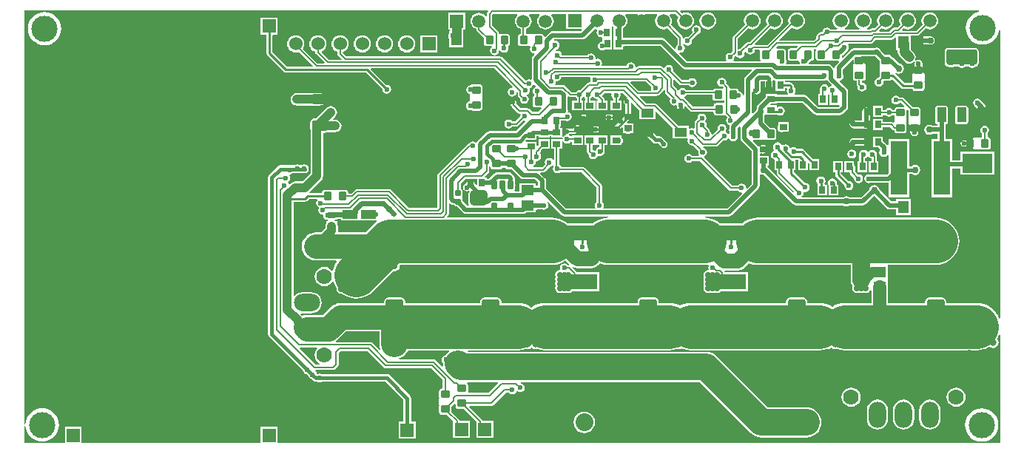
<source format=gbl>
G04*
G04 #@! TF.GenerationSoftware,Altium Limited,Altium Designer,20.0.11 (256)*
G04*
G04 Layer_Physical_Order=4*
G04 Layer_Color=16711680*
%FSLAX25Y25*%
%MOIN*%
G70*
G01*
G75*
%ADD11C,0.00984*%
%ADD14C,0.00600*%
%ADD16C,0.01000*%
%ADD17C,0.00800*%
%ADD18C,0.00598*%
G04:AMPARAMS|DCode=30|XSize=51.18mil|YSize=86.61mil|CornerRadius=12.8mil|HoleSize=0mil|Usage=FLASHONLY|Rotation=0.000|XOffset=0mil|YOffset=0mil|HoleType=Round|Shape=RoundedRectangle|*
%AMROUNDEDRECTD30*
21,1,0.05118,0.06102,0,0,0.0*
21,1,0.02559,0.08661,0,0,0.0*
1,1,0.02559,0.01280,-0.03051*
1,1,0.02559,-0.01280,-0.03051*
1,1,0.02559,-0.01280,0.03051*
1,1,0.02559,0.01280,0.03051*
%
%ADD30ROUNDEDRECTD30*%
%ADD36R,0.06693X0.03937*%
%ADD37R,0.03347X0.02756*%
G04:AMPARAMS|DCode=39|XSize=39.37mil|YSize=35.43mil|CornerRadius=4.43mil|HoleSize=0mil|Usage=FLASHONLY|Rotation=90.000|XOffset=0mil|YOffset=0mil|HoleType=Round|Shape=RoundedRectangle|*
%AMROUNDEDRECTD39*
21,1,0.03937,0.02657,0,0,90.0*
21,1,0.03051,0.03543,0,0,90.0*
1,1,0.00886,0.01329,0.01526*
1,1,0.00886,0.01329,-0.01526*
1,1,0.00886,-0.01329,-0.01526*
1,1,0.00886,-0.01329,0.01526*
%
%ADD39ROUNDEDRECTD39*%
G04:AMPARAMS|DCode=40|XSize=39.37mil|YSize=35.43mil|CornerRadius=4.43mil|HoleSize=0mil|Usage=FLASHONLY|Rotation=180.000|XOffset=0mil|YOffset=0mil|HoleType=Round|Shape=RoundedRectangle|*
%AMROUNDEDRECTD40*
21,1,0.03937,0.02657,0,0,180.0*
21,1,0.03051,0.03543,0,0,180.0*
1,1,0.00886,-0.01526,0.01329*
1,1,0.00886,0.01526,0.01329*
1,1,0.00886,0.01526,-0.01329*
1,1,0.00886,-0.01526,-0.01329*
%
%ADD40ROUNDEDRECTD40*%
G04:AMPARAMS|DCode=43|XSize=23.62mil|YSize=23.62mil|CornerRadius=2.36mil|HoleSize=0mil|Usage=FLASHONLY|Rotation=180.000|XOffset=0mil|YOffset=0mil|HoleType=Round|Shape=RoundedRectangle|*
%AMROUNDEDRECTD43*
21,1,0.02362,0.01890,0,0,180.0*
21,1,0.01890,0.02362,0,0,180.0*
1,1,0.00472,-0.00945,0.00945*
1,1,0.00472,0.00945,0.00945*
1,1,0.00472,0.00945,-0.00945*
1,1,0.00472,-0.00945,-0.00945*
%
%ADD43ROUNDEDRECTD43*%
%ADD69R,0.06000X0.06000*%
%ADD70C,0.06000*%
%ADD81C,0.00984*%
%ADD85C,0.01968*%
%ADD86C,0.04200*%
%ADD87C,0.01800*%
%ADD88C,0.04700*%
%ADD89C,0.02200*%
%ADD90C,0.06800*%
%ADD92C,0.03900*%
%ADD93C,0.00799*%
%ADD94C,0.12000*%
%ADD100C,0.01575*%
%ADD101C,0.07000*%
%ADD102O,0.11811X0.07874*%
G04:AMPARAMS|DCode=103|XSize=41.34mil|YSize=57.48mil|CornerRadius=10.34mil|HoleSize=0mil|Usage=FLASHONLY|Rotation=0.000|XOffset=0mil|YOffset=0mil|HoleType=Round|Shape=RoundedRectangle|*
%AMROUNDEDRECTD103*
21,1,0.04134,0.03681,0,0,0.0*
21,1,0.02067,0.05748,0,0,0.0*
1,1,0.02067,0.01034,-0.01841*
1,1,0.02067,-0.01034,-0.01841*
1,1,0.02067,-0.01034,0.01841*
1,1,0.02067,0.01034,0.01841*
%
%ADD103ROUNDEDRECTD103*%
%ADD104C,0.08000*%
%ADD105O,0.07874X0.11811*%
%ADD106C,0.11811*%
%ADD107C,0.05906*%
%ADD108R,0.05906X0.05906*%
%ADD109C,0.02362*%
%ADD110C,0.02953*%
%ADD111C,0.02756*%
%ADD112C,0.03150*%
G04:AMPARAMS|DCode=113|XSize=49.21mil|YSize=68.9mil|CornerRadius=12.3mil|HoleSize=0mil|Usage=FLASHONLY|Rotation=90.000|XOffset=0mil|YOffset=0mil|HoleType=Round|Shape=RoundedRectangle|*
%AMROUNDEDRECTD113*
21,1,0.04921,0.04429,0,0,90.0*
21,1,0.02461,0.06890,0,0,90.0*
1,1,0.02461,0.02215,0.01230*
1,1,0.02461,0.02215,-0.01230*
1,1,0.02461,-0.02215,-0.01230*
1,1,0.02461,-0.02215,0.01230*
%
%ADD113ROUNDEDRECTD113*%
%ADD114R,0.05512X0.03937*%
%ADD115R,0.13780X0.08858*%
%ADD116R,0.13583X0.07087*%
%ADD117R,0.07795X0.24488*%
%ADD118R,0.04921X0.05709*%
%ADD119R,0.05709X0.04921*%
%ADD120R,0.02756X0.03347*%
%ADD121O,0.07874X0.03150*%
G04:AMPARAMS|DCode=122|XSize=137.8mil|YSize=68.9mil|CornerRadius=8.61mil|HoleSize=0mil|Usage=FLASHONLY|Rotation=180.000|XOffset=0mil|YOffset=0mil|HoleType=Round|Shape=RoundedRectangle|*
%AMROUNDEDRECTD122*
21,1,0.13780,0.05167,0,0,180.0*
21,1,0.12057,0.06890,0,0,180.0*
1,1,0.01722,-0.06029,0.02584*
1,1,0.01722,0.06029,0.02584*
1,1,0.01722,0.06029,-0.02584*
1,1,0.01722,-0.06029,-0.02584*
%
%ADD122ROUNDEDRECTD122*%
G04:AMPARAMS|DCode=123|XSize=43.31mil|YSize=68.9mil|CornerRadius=5.41mil|HoleSize=0mil|Usage=FLASHONLY|Rotation=180.000|XOffset=0mil|YOffset=0mil|HoleType=Round|Shape=RoundedRectangle|*
%AMROUNDEDRECTD123*
21,1,0.04331,0.05807,0,0,180.0*
21,1,0.03248,0.06890,0,0,180.0*
1,1,0.01083,-0.01624,0.02904*
1,1,0.01083,0.01624,0.02904*
1,1,0.01083,0.01624,-0.02904*
1,1,0.01083,-0.01624,-0.02904*
%
%ADD123ROUNDEDRECTD123*%
G04:AMPARAMS|DCode=124|XSize=43.31mil|YSize=68.9mil|CornerRadius=5.41mil|HoleSize=0mil|Usage=FLASHONLY|Rotation=180.000|XOffset=0mil|YOffset=0mil|HoleType=Round|Shape=RoundedRectangle|*
%AMROUNDEDRECTD124*
21,1,0.04331,0.05807,0,0,180.0*
21,1,0.03248,0.06890,0,0,180.0*
1,1,0.01083,-0.01624,0.02904*
1,1,0.01083,0.01624,0.02904*
1,1,0.01083,0.01624,-0.02904*
1,1,0.01083,-0.01624,-0.02904*
%
%ADD124ROUNDEDRECTD124*%
G04:AMPARAMS|DCode=125|XSize=23.62mil|YSize=39.37mil|CornerRadius=2.95mil|HoleSize=0mil|Usage=FLASHONLY|Rotation=0.000|XOffset=0mil|YOffset=0mil|HoleType=Round|Shape=RoundedRectangle|*
%AMROUNDEDRECTD125*
21,1,0.02362,0.03347,0,0,0.0*
21,1,0.01772,0.03937,0,0,0.0*
1,1,0.00591,0.00886,-0.01673*
1,1,0.00591,-0.00886,-0.01673*
1,1,0.00591,-0.00886,0.01673*
1,1,0.00591,0.00886,0.01673*
%
%ADD125ROUNDEDRECTD125*%
G04:AMPARAMS|DCode=126|XSize=78.74mil|YSize=161.42mil|CornerRadius=9.84mil|HoleSize=0mil|Usage=FLASHONLY|Rotation=180.000|XOffset=0mil|YOffset=0mil|HoleType=Round|Shape=RoundedRectangle|*
%AMROUNDEDRECTD126*
21,1,0.07874,0.14173,0,0,180.0*
21,1,0.05906,0.16142,0,0,180.0*
1,1,0.01968,-0.02953,0.07087*
1,1,0.01968,0.02953,0.07087*
1,1,0.01968,0.02953,-0.07087*
1,1,0.01968,-0.02953,-0.07087*
%
%ADD126ROUNDEDRECTD126*%
%ADD127C,0.19685*%
%ADD128C,0.07874*%
%ADD129C,0.05906*%
%ADD130C,0.11000*%
%ADD131C,0.01181*%
G36*
X209542Y195472D02*
X209335Y195264D01*
X209070Y194868D01*
X208977Y194400D01*
Y193523D01*
X208477Y193353D01*
X208076Y193876D01*
X207292Y194477D01*
X206380Y194855D01*
X205400Y194984D01*
X204421Y194855D01*
X203508Y194477D01*
X202724Y193876D01*
X202123Y193092D01*
X201745Y192179D01*
X201616Y191200D01*
X201745Y190220D01*
X202123Y189308D01*
X202724Y188524D01*
X203508Y187923D01*
X204177Y187645D01*
Y187453D01*
X204270Y186986D01*
X204536Y186589D01*
X207558Y183566D01*
Y181174D01*
X207655Y180690D01*
X207929Y180279D01*
X208340Y180004D01*
X208825Y179908D01*
X211090D01*
X211242Y179408D01*
X210972Y179228D01*
X210535Y178573D01*
X210381Y177800D01*
X210535Y177027D01*
X210972Y176372D01*
X211627Y175935D01*
X212400Y175781D01*
X213173Y175935D01*
X213828Y176372D01*
X214265Y177027D01*
X214419Y177800D01*
X214401Y177889D01*
X214441Y177917D01*
X215129Y177786D01*
X215272Y177572D01*
X215927Y177135D01*
X216700Y176981D01*
X217473Y177135D01*
X218128Y177572D01*
X218565Y178227D01*
X218719Y179000D01*
X218622Y179487D01*
X218660Y180004D01*
X219071Y180279D01*
X219345Y180690D01*
X219442Y181174D01*
Y184225D01*
X219345Y184710D01*
X219071Y185121D01*
X218660Y185396D01*
X218175Y185492D01*
X215518D01*
X215118Y185413D01*
X215075Y185456D01*
X214423D01*
Y185700D01*
X214330Y186168D01*
X214065Y186565D01*
X211423Y189206D01*
Y193894D01*
X211858Y194328D01*
X222570D01*
X222606Y194224D01*
X222688Y193828D01*
X222123Y193092D01*
X221745Y192179D01*
X221616Y191200D01*
X221745Y190220D01*
X222123Y189308D01*
X222724Y188524D01*
X223508Y187923D01*
X224177Y187645D01*
Y185492D01*
X224125D01*
X223640Y185396D01*
X223229Y185121D01*
X222955Y184710D01*
X222858Y184225D01*
Y181174D01*
X222955Y180690D01*
X223229Y180279D01*
X223640Y180004D01*
X224125Y179908D01*
X226782D01*
X227182Y179987D01*
X227225Y179944D01*
X228407D01*
X228642Y179503D01*
X228566Y179389D01*
X228412Y178616D01*
X228566Y177843D01*
X229003Y177188D01*
X229659Y176751D01*
X230170Y176649D01*
X230335Y176107D01*
X229714Y175486D01*
X229320Y174896D01*
X229182Y174200D01*
Y165127D01*
X228682Y164859D01*
X228673Y164865D01*
X227900Y165019D01*
X227127Y164865D01*
X226472Y164428D01*
X226276Y164408D01*
X215792Y174892D01*
X215429Y175135D01*
X215000Y175221D01*
X145664D01*
X144095Y176790D01*
X144177Y177358D01*
X144716Y177581D01*
X145510Y178190D01*
X146119Y178984D01*
X146501Y179908D01*
X146632Y180900D01*
X146501Y181892D01*
X146119Y182816D01*
X145510Y183610D01*
X144716Y184219D01*
X143792Y184601D01*
X142800Y184732D01*
X141808Y184601D01*
X140884Y184219D01*
X140090Y183610D01*
X139481Y182816D01*
X139099Y181892D01*
X138968Y180900D01*
X139099Y179908D01*
X139481Y178984D01*
X140090Y178190D01*
X140884Y177581D01*
X141679Y177252D01*
Y176500D01*
X141765Y176071D01*
X142008Y175707D01*
X143532Y174183D01*
X143341Y173721D01*
X137864D01*
X134530Y177055D01*
X134628Y177545D01*
X134716Y177581D01*
X135510Y178190D01*
X136119Y178984D01*
X136501Y179908D01*
X136632Y180900D01*
X136501Y181892D01*
X136119Y182816D01*
X135510Y183610D01*
X134716Y184219D01*
X133792Y184601D01*
X132800Y184732D01*
X131808Y184601D01*
X130884Y184219D01*
X130090Y183610D01*
X129481Y182816D01*
X129099Y181892D01*
X128968Y180900D01*
X129099Y179908D01*
X129481Y178984D01*
X130090Y178190D01*
X130884Y177581D01*
X131679Y177252D01*
Y177200D01*
X131765Y176771D01*
X132008Y176408D01*
X135832Y172583D01*
X135641Y172121D01*
X132764D01*
X126024Y178861D01*
X126119Y178984D01*
X126501Y179908D01*
X126632Y180900D01*
X126501Y181892D01*
X126119Y182816D01*
X125510Y183610D01*
X124716Y184219D01*
X123792Y184601D01*
X122800Y184732D01*
X121808Y184601D01*
X120884Y184219D01*
X120090Y183610D01*
X119481Y182816D01*
X119099Y181892D01*
X118968Y180900D01*
X119099Y179908D01*
X119481Y178984D01*
X120090Y178190D01*
X120884Y177581D01*
X121808Y177199D01*
X122800Y177068D01*
X123792Y177199D01*
X124304Y177411D01*
X130528Y171187D01*
X130336Y170726D01*
X118948D01*
X112320Y177353D01*
X112259Y184746D01*
X112611Y185101D01*
X114699D01*
Y192699D01*
X107101D01*
Y185101D01*
X109607D01*
X109675Y176789D01*
X109727Y176542D01*
X109776Y176293D01*
X109779Y176288D01*
X109780Y176283D01*
X109923Y176074D01*
X110063Y175863D01*
X117463Y168464D01*
X117463Y168464D01*
X117892Y168177D01*
X118399Y168076D01*
X154350D01*
X161805Y160622D01*
X161781Y160500D01*
X161935Y159727D01*
X162372Y159072D01*
X163027Y158635D01*
X163800Y158481D01*
X164573Y158635D01*
X165228Y159072D01*
X165665Y159727D01*
X165819Y160500D01*
X165665Y161273D01*
X165228Y161928D01*
X164573Y162365D01*
X163800Y162519D01*
X163678Y162495D01*
X156756Y169417D01*
X156947Y169879D01*
X212436D01*
X220679Y161636D01*
X220433Y161175D01*
X220323Y161197D01*
X219550Y161043D01*
X218895Y160605D01*
X218457Y159950D01*
X218303Y159178D01*
X218457Y158405D01*
X218895Y157750D01*
X219550Y157312D01*
X220323Y157159D01*
X221095Y157312D01*
X221750Y157750D01*
X222188Y158405D01*
X222291Y158923D01*
X222810Y159181D01*
X222813Y159181D01*
X222979Y159074D01*
Y157700D01*
X223065Y157271D01*
X223307Y156907D01*
X223853Y156362D01*
X223781Y156000D01*
X223935Y155227D01*
X224372Y154572D01*
X225027Y154135D01*
X225800Y153981D01*
X226573Y154135D01*
X227228Y154572D01*
X227665Y155227D01*
X227819Y156000D01*
X227665Y156773D01*
X227228Y157428D01*
X226988Y157588D01*
X227093Y158119D01*
X227173Y158135D01*
X227828Y158572D01*
X228265Y159227D01*
X228419Y160000D01*
X228265Y160773D01*
X228392Y161079D01*
X228673Y161135D01*
X229328Y161572D01*
X229765Y162227D01*
X229820Y162501D01*
X230363Y162666D01*
X230982Y162046D01*
X230864Y161655D01*
X230785Y161537D01*
X230172Y161128D01*
X229735Y160473D01*
X229581Y159700D01*
X229735Y158927D01*
X230172Y158272D01*
X230322Y158172D01*
X230352Y158052D01*
X230334Y157625D01*
X230029Y157421D01*
X229755Y157010D01*
X229658Y156526D01*
Y153474D01*
X229755Y152990D01*
X230029Y152579D01*
X230440Y152304D01*
X230925Y152208D01*
X233372D01*
X233579Y151708D01*
X232094Y150222D01*
X229506D01*
X228164Y151564D01*
X227768Y151829D01*
X227300Y151922D01*
X224206D01*
X222221Y153907D01*
Y154348D01*
X222128Y154815D01*
X221863Y155212D01*
X221863Y155212D01*
X221564Y155511D01*
X221168Y155776D01*
X220700Y155869D01*
X220232Y155776D01*
X219836Y155511D01*
X219571Y155114D01*
X219478Y154647D01*
X219571Y154179D01*
X219777Y153871D01*
Y153401D01*
X219870Y152933D01*
X220135Y152537D01*
X222836Y149836D01*
X222836Y149836D01*
X223232Y149571D01*
X223700Y149478D01*
X223700Y149478D01*
X223856D01*
X224132Y148978D01*
X224028Y148458D01*
X221640Y146069D01*
X220365D01*
X220228Y146274D01*
X219573Y146712D01*
X218800Y146866D01*
X218027Y146712D01*
X217372Y146274D01*
X216935Y145619D01*
X216781Y144847D01*
X216935Y144074D01*
X217372Y143419D01*
X218027Y142981D01*
X218800Y142827D01*
X219573Y142981D01*
X220228Y143419D01*
X220365Y143624D01*
X222147D01*
X222615Y143717D01*
X223011Y143982D01*
X225445Y146415D01*
X226020Y146301D01*
X226023Y146301D01*
X226269Y145841D01*
X222079Y141651D01*
X210132D01*
X209436Y141512D01*
X208846Y141118D01*
X204614Y136886D01*
X204432Y136613D01*
X204074Y136361D01*
X203791Y136486D01*
X203373Y136765D01*
X202600Y136919D01*
X201827Y136765D01*
X201172Y136328D01*
X201017Y136095D01*
X200687Y136030D01*
X200290Y135765D01*
X186953Y122428D01*
X186688Y122031D01*
X186595Y121563D01*
Y107225D01*
X186363Y106992D01*
X174137D01*
X174065Y107064D01*
X173760Y107268D01*
X165866Y115162D01*
X165469Y115427D01*
X165001Y115520D01*
X150355D01*
X149887Y115427D01*
X149490Y115162D01*
X147851Y113523D01*
X146542D01*
Y113826D01*
X146445Y114310D01*
X146171Y114721D01*
X145760Y114996D01*
X145275Y115092D01*
X142618D01*
X142218Y115012D01*
X142175Y115056D01*
X139025D01*
X138982Y115013D01*
X138582Y115092D01*
X135925D01*
X135440Y114996D01*
X135029Y114721D01*
X134755Y114310D01*
X134658Y113826D01*
Y113625D01*
X129211D01*
X129042Y114125D01*
X129061Y114139D01*
X134361Y119439D01*
X134801Y120013D01*
X135078Y120682D01*
X135173Y121400D01*
Y140795D01*
X135815D01*
X136606Y140952D01*
X136868Y141127D01*
X140700D01*
X141418Y141222D01*
X142087Y141499D01*
X142661Y141939D01*
X143101Y142514D01*
X143378Y143182D01*
X143473Y143900D01*
X143378Y144618D01*
X143101Y145287D01*
X142661Y145861D01*
X142087Y146301D01*
X141418Y146578D01*
X140700Y146673D01*
X139848D01*
X139656Y147135D01*
X140661Y148139D01*
X141101Y148714D01*
X141378Y149382D01*
X141473Y150100D01*
X141378Y150818D01*
X141101Y151487D01*
X140661Y152061D01*
X140086Y152501D01*
X139418Y152778D01*
X138700Y152873D01*
X137982Y152778D01*
X137313Y152501D01*
X136739Y152061D01*
X132073Y147394D01*
X131385D01*
X130594Y147237D01*
X129922Y146788D01*
X129474Y146117D01*
X129316Y145325D01*
Y142864D01*
X129474Y142072D01*
X129627Y141843D01*
Y122549D01*
X125951Y118873D01*
X122600D01*
X122600Y118873D01*
X121882Y118778D01*
X121213Y118501D01*
X120639Y118061D01*
X120154Y117576D01*
X119612Y117740D01*
X119565Y117973D01*
X119185Y118543D01*
X119828Y118972D01*
X120265Y119627D01*
X120419Y120400D01*
X120265Y121173D01*
X119973Y121610D01*
X120065Y121831D01*
X120249Y122097D01*
X120942Y122234D01*
X121597Y122672D01*
X121661Y122767D01*
X122778D01*
X122827Y122735D01*
X123600Y122581D01*
X124373Y122735D01*
X124422Y122767D01*
X125878D01*
X125927Y122735D01*
X126700Y122581D01*
X127473Y122735D01*
X128128Y123172D01*
X128194Y123272D01*
X128199Y123275D01*
X128574Y123837D01*
X128706Y124500D01*
X128703Y124517D01*
X128719Y124600D01*
X128565Y125373D01*
X128128Y126028D01*
X127473Y126465D01*
X126700Y126619D01*
X125927Y126465D01*
X125579Y126233D01*
X124721D01*
X124373Y126465D01*
X123600Y126619D01*
X122827Y126465D01*
X122479Y126233D01*
X115800D01*
X115137Y126101D01*
X114575Y125725D01*
X110875Y122025D01*
X110499Y121463D01*
X110368Y120800D01*
Y50160D01*
X110499Y49497D01*
X110875Y48935D01*
X126075Y33735D01*
X126172Y33250D01*
X126609Y32595D01*
X127264Y32157D01*
X127749Y32061D01*
X128525Y31285D01*
X128572Y31050D01*
X129009Y30395D01*
X129664Y29958D01*
X129899Y29911D01*
X130635Y29175D01*
X131197Y28799D01*
X131860Y28668D01*
X132550D01*
X132864Y28457D01*
X133637Y28304D01*
X134410Y28457D01*
X134609Y28590D01*
X163259D01*
X171368Y20482D01*
Y10599D01*
X169301D01*
Y3001D01*
X176899D01*
Y10599D01*
X174832D01*
Y21200D01*
X174701Y21863D01*
X174325Y22425D01*
X165202Y31548D01*
X164640Y31923D01*
X163977Y32055D01*
X134787D01*
X134533Y32106D01*
X134410Y32188D01*
X133637Y32342D01*
X132864Y32188D01*
X132781Y32133D01*
X132578D01*
X132349Y32361D01*
X132302Y32596D01*
X131865Y33251D01*
X131675Y33377D01*
X131827Y33877D01*
X139700D01*
X140168Y33970D01*
X140565Y34235D01*
X141765Y35435D01*
X142030Y35832D01*
X142123Y36300D01*
Y41493D01*
X143095Y42466D01*
X155105D01*
X162535Y35036D01*
X162931Y34771D01*
X163399Y34678D01*
X183852D01*
X188977Y29552D01*
Y25542D01*
X188674D01*
X188190Y25445D01*
X187779Y25171D01*
X187504Y24760D01*
X187408Y24275D01*
Y21618D01*
X187487Y21218D01*
X187444Y21175D01*
Y18025D01*
X187487Y17982D01*
X187408Y17582D01*
Y14925D01*
X187504Y14440D01*
X187779Y14029D01*
X188190Y13755D01*
X188674Y13658D01*
X191067D01*
X193383Y11342D01*
X193701Y10999D01*
X193701D01*
X193701Y10999D01*
Y3401D01*
X201299D01*
Y10999D01*
X196731D01*
X196652Y11398D01*
X196387Y11795D01*
X192992Y15190D01*
Y17317D01*
X194408Y18733D01*
X194908Y18526D01*
Y17625D01*
X195004Y17140D01*
X195279Y16729D01*
X195690Y16455D01*
X196175Y16358D01*
X198567D01*
X204301Y10624D01*
Y3301D01*
X211899D01*
Y10899D01*
X207031D01*
X206952Y11298D01*
X206687Y11695D01*
X206687Y11695D01*
X201113Y17269D01*
X201304Y17731D01*
X210953D01*
X211421Y17824D01*
X211818Y18089D01*
X217506Y23778D01*
X218835D01*
X218972Y23572D01*
X219627Y23134D01*
X220400Y22981D01*
X221173Y23134D01*
X221828Y23572D01*
X222217Y24154D01*
X222307Y24235D01*
X222794Y24324D01*
X223227Y24035D01*
X224000Y23881D01*
X224773Y24035D01*
X225428Y24472D01*
X225865Y25127D01*
X226019Y25900D01*
X225865Y26673D01*
X225428Y27328D01*
X224773Y27765D01*
X224118Y27896D01*
X224061Y27968D01*
X224302Y28468D01*
X304870D01*
X327869Y5469D01*
X328904Y4619D01*
X330085Y3988D01*
X331367Y3599D01*
X332700Y3468D01*
X352800D01*
X354133Y3599D01*
X355415Y3988D01*
X356596Y4619D01*
X357631Y5469D01*
X358481Y6504D01*
X359112Y7685D01*
X359501Y8967D01*
X359632Y10300D01*
X359501Y11633D01*
X359112Y12914D01*
X358481Y14096D01*
X357631Y15131D01*
X356596Y15981D01*
X355415Y16612D01*
X354133Y17001D01*
X352800Y17132D01*
X335530D01*
X312531Y40131D01*
X311496Y40981D01*
X310314Y41612D01*
X309033Y42001D01*
X307700Y42132D01*
X200421D01*
X200318Y42270D01*
X200569Y42770D01*
X222841D01*
X224511Y42902D01*
X226139Y43293D01*
X226434Y43415D01*
X227270Y43249D01*
X228196Y43433D01*
X228982Y43957D01*
X229102D01*
X229887Y43433D01*
X230813Y43249D01*
X231582Y43402D01*
X231845Y43293D01*
X233474Y42902D01*
X235144Y42770D01*
X291050D01*
X292720Y42902D01*
X294348Y43293D01*
X294612Y43402D01*
X295380Y43249D01*
X296307Y43433D01*
X296632Y43650D01*
X297495Y43293D01*
X299124Y42902D01*
X300794Y42770D01*
X358766D01*
X360436Y42902D01*
X362065Y43293D01*
X362073Y43296D01*
X362309Y43249D01*
X363236Y43433D01*
X364021Y43958D01*
X364141D01*
X364926Y43433D01*
X365853Y43249D01*
X366621Y43402D01*
X366885Y43293D01*
X368514Y42902D01*
X370183Y42770D01*
X424809D01*
X426433Y42898D01*
X428057Y42770D01*
X429632D01*
X431302Y42902D01*
X432763Y43252D01*
X432782Y43249D01*
X433708Y43433D01*
X434423Y43911D01*
X434478Y43934D01*
X435439Y44523D01*
X436186Y44023D01*
X437113Y43839D01*
X438039Y44023D01*
X438824Y44548D01*
X439349Y45333D01*
X439533Y46260D01*
X439349Y47186D01*
X438824Y47971D01*
X438778Y48002D01*
X439143Y48599D01*
X439633Y49780D01*
X440133Y49681D01*
X440133Y917D01*
X114699D01*
Y8299D01*
X107101D01*
Y917D01*
X26399D01*
Y8299D01*
X18801D01*
Y917D01*
X604D01*
Y8846D01*
X1104Y8870D01*
X1216Y7731D01*
X1645Y6319D01*
X2340Y5017D01*
X3277Y3877D01*
X4417Y2940D01*
X5719Y2245D01*
X7131Y1816D01*
X8600Y1672D01*
X10069Y1816D01*
X11481Y2245D01*
X12783Y2940D01*
X13923Y3877D01*
X14860Y5017D01*
X15555Y6319D01*
X15984Y7731D01*
X16128Y9200D01*
X15984Y10669D01*
X15555Y12081D01*
X14860Y13383D01*
X13923Y14523D01*
X12783Y15460D01*
X11481Y16155D01*
X10069Y16584D01*
X8600Y16728D01*
X7131Y16584D01*
X5719Y16155D01*
X4417Y15460D01*
X3277Y14523D01*
X2340Y13383D01*
X1645Y12081D01*
X1216Y10669D01*
X1104Y9530D01*
X604Y9554D01*
X604Y195933D01*
X209351D01*
X209542Y195472D01*
D02*
G37*
G36*
X285711Y193828D02*
X285223Y193192D01*
X284845Y192279D01*
X284716Y191300D01*
X284845Y190321D01*
X285223Y189408D01*
X285824Y188624D01*
X286608Y188023D01*
X287521Y187645D01*
X288500Y187516D01*
X289479Y187645D01*
X290252Y187964D01*
X294980Y183236D01*
Y180633D01*
X294672Y180428D01*
X294235Y179773D01*
X294081Y179000D01*
X294110Y178852D01*
X293650Y178606D01*
X289202Y183053D01*
X288612Y183447D01*
X287916Y183586D01*
X271427D01*
X271356Y183633D01*
X270584Y183786D01*
X270336Y183990D01*
Y187999D01*
X270392Y188023D01*
X271176Y188624D01*
X271777Y189408D01*
X272155Y190321D01*
X272284Y191300D01*
X272155Y192279D01*
X271777Y193192D01*
X271289Y193828D01*
X271489Y194328D01*
X276850D01*
X277057Y193828D01*
X276561Y193332D01*
X276167Y192743D01*
X276028Y192047D01*
X276167Y191351D01*
X276561Y190761D01*
X277151Y190367D01*
X277847Y190228D01*
X278543Y190367D01*
X279133Y190761D01*
X279886Y191514D01*
X280280Y192104D01*
X280418Y192800D01*
X280280Y193496D01*
X280058Y193828D01*
X280325Y194328D01*
X285511D01*
X285711Y193828D01*
D02*
G37*
G36*
X430566Y195433D02*
X429319Y195055D01*
X428018Y194360D01*
X426877Y193423D01*
X425940Y192282D01*
X425245Y190981D01*
X424816Y189569D01*
X424672Y188100D01*
X424816Y186631D01*
X425245Y185219D01*
X425940Y183917D01*
X426877Y182777D01*
X428018Y181840D01*
X429319Y181145D01*
X430731Y180716D01*
X432200Y180572D01*
X433669Y180716D01*
X435081Y181145D01*
X436382Y181840D01*
X437523Y182777D01*
X438460Y183917D01*
X439155Y185219D01*
X439584Y186631D01*
X439633Y187129D01*
X440133Y187105D01*
X440133Y57209D01*
X439633Y57109D01*
X439143Y58291D01*
X438268Y59719D01*
X437180Y60993D01*
X435907Y62081D01*
X434478Y62956D01*
X432931Y63597D01*
X431302Y63988D01*
X429632Y64119D01*
X428057D01*
X426433Y63992D01*
X424809Y64119D01*
X415900D01*
Y64764D01*
X415761Y65460D01*
X415367Y66050D01*
X414777Y66444D01*
X414081Y66582D01*
X408176D01*
X407480Y66444D01*
X406890Y66050D01*
X406496Y65460D01*
X406357Y64764D01*
Y64119D01*
X389716D01*
Y71457D01*
X389587Y72436D01*
X389585Y72441D01*
Y74390D01*
X389585Y74716D01*
X389585D01*
Y74890D01*
X389585D01*
Y81255D01*
X411128Y81255D01*
X412798Y81386D01*
X414427Y81777D01*
X415975Y82418D01*
X417403Y83293D01*
X418676Y84381D01*
X419764Y85655D01*
X420640Y87083D01*
X421280Y88630D01*
X421671Y90259D01*
X421803Y91929D01*
X421671Y93599D01*
X421280Y95228D01*
X420640Y96775D01*
X419764Y98204D01*
X418676Y99477D01*
X417403Y100565D01*
X415975Y101440D01*
X414427Y102081D01*
X412798Y102472D01*
X411128Y102604D01*
X377664Y102604D01*
X330900D01*
X329230Y102472D01*
X327601Y102081D01*
X326054Y101440D01*
X324626Y100565D01*
X323862Y99913D01*
X314008D01*
X313245Y100565D01*
X311817Y101440D01*
X310269Y102081D01*
X308641Y102472D01*
X307253Y102582D01*
X307272Y103082D01*
X317900D01*
X318596Y103220D01*
X319186Y103614D01*
X331286Y115714D01*
X331680Y116304D01*
X331818Y117000D01*
Y121985D01*
X332318Y122253D01*
X332612Y122056D01*
X333500Y121880D01*
X333715Y121923D01*
X347000Y108638D01*
X347590Y108244D01*
X348286Y108105D01*
X369492D01*
X369979Y107780D01*
X370867Y107603D01*
X371755Y107780D01*
X372241Y108105D01*
X378347D01*
X379043Y108244D01*
X379633Y108638D01*
X383465Y112470D01*
X389132Y106803D01*
X389722Y106409D01*
X390418Y106271D01*
X393294D01*
Y103746D01*
X399813D01*
Y111054D01*
X393294D01*
Y109907D01*
X391171D01*
X385723Y115356D01*
X385609Y115930D01*
X385106Y116682D01*
X384353Y117185D01*
X383465Y117362D01*
X382577Y117185D01*
X381825Y116682D01*
X381322Y115930D01*
X381208Y115356D01*
X377594Y111742D01*
X372241D01*
X371755Y112067D01*
X370867Y112244D01*
X369979Y112067D01*
X369492Y111742D01*
X350901D01*
X350749Y112242D01*
X351035Y112433D01*
X351472Y113088D01*
X351626Y113861D01*
X352056Y114265D01*
X352363Y114204D01*
X353136Y114357D01*
X353791Y114795D01*
X354228Y115450D01*
X354382Y116223D01*
X354228Y116996D01*
X353791Y117651D01*
X353136Y118088D01*
X352363Y118242D01*
X352232Y118216D01*
X347380Y123067D01*
Y123987D01*
X348044D01*
Y128576D01*
X349202D01*
Y123987D01*
X353556D01*
Y126957D01*
X354023Y127161D01*
X354320Y126921D01*
Y123987D01*
X358674D01*
Y128931D01*
X356083D01*
X351719Y133296D01*
X351292Y133581D01*
X350788Y133681D01*
X348747D01*
X348673Y133792D01*
X348018Y134230D01*
X347245Y134384D01*
X346472Y134230D01*
X345945Y133878D01*
X345523Y133984D01*
X345398Y134065D01*
X345333Y134392D01*
X344895Y135047D01*
X344240Y135485D01*
X343468Y135639D01*
X342695Y135485D01*
X342295Y135218D01*
X341803Y135288D01*
X341710Y135382D01*
X341332Y135947D01*
X340677Y136385D01*
X339905Y136539D01*
X339132Y136385D01*
X338477Y135947D01*
X338039Y135292D01*
X337885Y134520D01*
X338039Y133747D01*
X338402Y133204D01*
X338278Y132670D01*
X338204Y132655D01*
X337549Y132217D01*
X337111Y131562D01*
X336957Y130789D01*
X337111Y130017D01*
X337549Y129362D01*
X338204Y128924D01*
X338572Y128851D01*
Y123987D01*
X339527D01*
Y122719D01*
X339619Y122251D01*
X339884Y121855D01*
X347410Y114329D01*
X347429Y114145D01*
X347409Y114079D01*
X346841Y113940D01*
X335544Y125237D01*
X335332Y125553D01*
X335476Y126053D01*
X335938D01*
Y130408D01*
X331818D01*
Y131429D01*
X332318Y131696D01*
X332487Y131583D01*
X333183Y131445D01*
X333879Y131583D01*
X334469Y131978D01*
X334751Y132260D01*
X335145Y132850D01*
X335284Y133546D01*
X335145Y134242D01*
X334751Y134832D01*
X334161Y135226D01*
X333465Y135364D01*
X332769Y135226D01*
X332179Y134832D01*
X331946Y134598D01*
X331740Y134547D01*
X331336Y134610D01*
X331286Y134686D01*
X328864Y137108D01*
X329071Y137608D01*
X331482D01*
X331882Y137687D01*
X331925Y137644D01*
X335075D01*
X335118Y137687D01*
X335518Y137608D01*
X338175D01*
X338660Y137704D01*
X339071Y137979D01*
X339345Y138390D01*
X339442Y138874D01*
Y141926D01*
X339345Y142410D01*
X339071Y142821D01*
X338660Y143096D01*
X338175Y143192D01*
X336626D01*
X334103Y145715D01*
Y148728D01*
X334536Y148888D01*
Y148888D01*
X339481D01*
Y148888D01*
X339981Y149068D01*
X340362Y148814D01*
X341135Y148660D01*
X341907Y148814D01*
X342562Y149252D01*
X343000Y149907D01*
X343154Y150680D01*
X343000Y151452D01*
X342562Y152107D01*
X341907Y152545D01*
X341135Y152699D01*
X340362Y152545D01*
X339981Y152290D01*
X339481Y152558D01*
Y153243D01*
X336781D01*
X336577Y153710D01*
X336816Y154006D01*
X339481D01*
Y154365D01*
X351263D01*
X356314Y149314D01*
X356904Y148920D01*
X357600Y148782D01*
X368000D01*
X368696Y148920D01*
X369286Y149314D01*
X371070Y151099D01*
X371465Y151689D01*
X371603Y152385D01*
Y159515D01*
X371465Y160211D01*
X371070Y160801D01*
X367934Y163937D01*
X368099Y164480D01*
X368373Y164535D01*
X369028Y164972D01*
X369465Y165627D01*
X369619Y166400D01*
X369465Y167173D01*
X369318Y167393D01*
Y169484D01*
X373701Y173866D01*
X373995Y173776D01*
X374182Y173640D01*
Y173506D01*
X374320Y172810D01*
X374629Y172347D01*
X374016Y171734D01*
Y168585D01*
X374060Y168542D01*
X373980Y168142D01*
Y165484D01*
X374077Y165000D01*
X374351Y164589D01*
X374762Y164314D01*
X375247Y164218D01*
X375550D01*
Y162680D01*
X375643Y162212D01*
X375908Y161815D01*
X375983Y161741D01*
X375934Y161498D01*
X376088Y160726D01*
X376526Y160071D01*
X377181Y159633D01*
X377954Y159479D01*
X378726Y159633D01*
X379381Y160071D01*
X379819Y160726D01*
X379973Y161498D01*
X379819Y162271D01*
X379381Y162926D01*
X378726Y163364D01*
X377995Y163509D01*
Y164218D01*
X378298D01*
X378783Y164314D01*
X379193Y164589D01*
X379468Y165000D01*
X379564Y165484D01*
Y168142D01*
X379485Y168542D01*
X379528Y168585D01*
Y171734D01*
X378741Y172522D01*
X378043D01*
X377722Y173022D01*
X377818Y173506D01*
Y173718D01*
X377680Y174414D01*
X377460Y174743D01*
X377727Y175243D01*
X384078D01*
X385791Y173530D01*
Y172177D01*
X385871Y171778D01*
X385827Y171734D01*
Y168585D01*
X385871Y168542D01*
X385791Y168142D01*
Y166228D01*
X385631Y165750D01*
X384858Y165596D01*
X384203Y165158D01*
X383765Y164503D01*
X383612Y163731D01*
X383765Y162958D01*
X384203Y162303D01*
X384858Y161865D01*
X385631Y161712D01*
X386403Y161865D01*
X387058Y162303D01*
X387496Y162958D01*
X387650Y163731D01*
X387647Y163747D01*
X388044Y164218D01*
X390109D01*
X390594Y164314D01*
X391004Y164589D01*
X391140Y164791D01*
X391731Y164907D01*
X395569Y161069D01*
X395569Y161069D01*
X395996Y160784D01*
X396500Y160683D01*
X396500Y160683D01*
X400676D01*
X400704Y160540D01*
X400979Y160129D01*
X401390Y159855D01*
X401874Y159758D01*
X404926D01*
X405410Y159855D01*
X405821Y160129D01*
X406096Y160540D01*
X406192Y161025D01*
Y163682D01*
X406113Y164082D01*
X406156Y164125D01*
Y167275D01*
X405369Y168062D01*
X405342D01*
X405036Y168562D01*
X405133Y169046D01*
Y172100D01*
X405001Y172763D01*
X404625Y173325D01*
X404063Y173701D01*
X403400Y173832D01*
X402737Y173701D01*
X402246Y173373D01*
X401978Y173498D01*
X401816Y173641D01*
X402066Y174243D01*
X402165Y175000D01*
X402066Y175757D01*
X401774Y176462D01*
X401309Y177068D01*
X399939Y178437D01*
Y181216D01*
X399914Y181406D01*
Y184579D01*
X402900D01*
X403329Y184664D01*
X403692Y184907D01*
X406749Y187964D01*
X407520Y187645D01*
X408500Y187516D01*
X409480Y187645D01*
X410392Y188023D01*
X411176Y188624D01*
X411777Y189408D01*
X412155Y190321D01*
X412284Y191300D01*
X412155Y192279D01*
X411777Y193192D01*
X411176Y193976D01*
X410392Y194577D01*
X409480Y194955D01*
X408500Y195084D01*
X407520Y194955D01*
X406608Y194577D01*
X405824Y193976D01*
X405223Y193192D01*
X404845Y192279D01*
X404716Y191300D01*
X404845Y190321D01*
X405164Y189549D01*
X402436Y186821D01*
X396259D01*
X396068Y187283D01*
X396749Y187964D01*
X397520Y187645D01*
X398500Y187516D01*
X399480Y187645D01*
X400392Y188023D01*
X401176Y188624D01*
X401777Y189408D01*
X402155Y190321D01*
X402284Y191300D01*
X402155Y192279D01*
X401777Y193192D01*
X401176Y193976D01*
X400392Y194577D01*
X399480Y194955D01*
X398500Y195084D01*
X397520Y194955D01*
X396608Y194577D01*
X395824Y193976D01*
X395223Y193192D01*
X394845Y192279D01*
X394716Y191300D01*
X394845Y190321D01*
X395164Y189549D01*
X393835Y188220D01*
X392520D01*
X392091Y188135D01*
X391728Y187892D01*
X390322Y186485D01*
X385924D01*
X385732Y186947D01*
X386749Y187964D01*
X387521Y187645D01*
X388500Y187516D01*
X389479Y187645D01*
X390392Y188023D01*
X391176Y188624D01*
X391777Y189408D01*
X392155Y190321D01*
X392284Y191300D01*
X392155Y192279D01*
X391777Y193192D01*
X391176Y193976D01*
X390392Y194577D01*
X389479Y194955D01*
X388500Y195084D01*
X387521Y194955D01*
X386608Y194577D01*
X385824Y193976D01*
X385223Y193192D01*
X384845Y192279D01*
X384716Y191300D01*
X384845Y190321D01*
X385164Y189549D01*
X383500Y187884D01*
X382506D01*
X382077Y187799D01*
X381714Y187556D01*
X381580Y187422D01*
X380249D01*
X380150Y187922D01*
X380392Y188023D01*
X381176Y188624D01*
X381777Y189408D01*
X382155Y190321D01*
X382284Y191300D01*
X382155Y192279D01*
X381777Y193192D01*
X381176Y193976D01*
X380392Y194577D01*
X379480Y194955D01*
X378500Y195084D01*
X377520Y194955D01*
X376608Y194577D01*
X375824Y193976D01*
X375223Y193192D01*
X374845Y192279D01*
X374716Y191300D01*
X374845Y190321D01*
X375223Y189408D01*
X375824Y188624D01*
X376608Y188023D01*
X376850Y187922D01*
X376751Y187422D01*
X370249D01*
X370150Y187922D01*
X370392Y188023D01*
X371176Y188624D01*
X371777Y189408D01*
X372155Y190321D01*
X372284Y191300D01*
X372155Y192279D01*
X371777Y193192D01*
X371176Y193976D01*
X370392Y194577D01*
X369479Y194955D01*
X368500Y195084D01*
X367520Y194955D01*
X366608Y194577D01*
X365824Y193976D01*
X365223Y193192D01*
X364845Y192279D01*
X364716Y191300D01*
X364845Y190321D01*
X365223Y189408D01*
X365824Y188624D01*
X366608Y188023D01*
X366850Y187922D01*
X366751Y187422D01*
X363838D01*
X363633Y187729D01*
X362978Y188167D01*
X362206Y188321D01*
X361433Y188167D01*
X360778Y187729D01*
X360340Y187074D01*
X360197Y186355D01*
X360059Y186216D01*
X359435D01*
X359006Y186131D01*
X358643Y185888D01*
X357774Y185020D01*
X357531Y184656D01*
X357446Y184227D01*
Y183531D01*
X356301Y182386D01*
X340961D01*
X340770Y182848D01*
X346233Y188311D01*
X346608Y188023D01*
X347520Y187645D01*
X348500Y187516D01*
X349480Y187645D01*
X350392Y188023D01*
X351176Y188624D01*
X351777Y189408D01*
X352155Y190321D01*
X352284Y191300D01*
X352155Y192279D01*
X351777Y193192D01*
X351176Y193976D01*
X350392Y194577D01*
X349480Y194955D01*
X348500Y195084D01*
X347520Y194955D01*
X346608Y194577D01*
X345824Y193976D01*
X345223Y193192D01*
X344845Y192279D01*
X344716Y191300D01*
X344845Y190321D01*
X344911Y190159D01*
X335205Y180453D01*
X329891D01*
X329700Y180915D01*
X336749Y187964D01*
X337521Y187645D01*
X338500Y187516D01*
X339479Y187645D01*
X340392Y188023D01*
X341176Y188624D01*
X341777Y189408D01*
X342155Y190321D01*
X342284Y191300D01*
X342155Y192279D01*
X341777Y193192D01*
X341176Y193976D01*
X340392Y194577D01*
X339479Y194955D01*
X338500Y195084D01*
X337521Y194955D01*
X336608Y194577D01*
X335824Y193976D01*
X335223Y193192D01*
X334845Y192279D01*
X334716Y191300D01*
X334845Y190321D01*
X335164Y189549D01*
X327468Y181853D01*
X326832D01*
X326403Y181768D01*
X326040Y181525D01*
X323074Y178559D01*
X323070Y178560D01*
X322410Y178429D01*
X321910Y178703D01*
Y183125D01*
X326749Y187964D01*
X327520Y187645D01*
X328500Y187516D01*
X329480Y187645D01*
X330392Y188023D01*
X331176Y188624D01*
X331777Y189408D01*
X332155Y190321D01*
X332284Y191300D01*
X332155Y192279D01*
X331777Y193192D01*
X331176Y193976D01*
X330392Y194577D01*
X329480Y194955D01*
X328500Y195084D01*
X327520Y194955D01*
X326608Y194577D01*
X325824Y193976D01*
X325223Y193192D01*
X324845Y192279D01*
X324716Y191300D01*
X324845Y190321D01*
X325164Y189549D01*
X319997Y184382D01*
X319754Y184018D01*
X319669Y183589D01*
Y177633D01*
X318867Y176831D01*
X318505Y176903D01*
X317732Y176750D01*
X317077Y176312D01*
X316639Y175657D01*
X316486Y174884D01*
X316639Y174111D01*
X316934Y173671D01*
X316673Y173171D01*
X299084D01*
X295706Y176549D01*
X295952Y177010D01*
X296100Y176981D01*
X296873Y177135D01*
X297528Y177572D01*
X297965Y178227D01*
X298119Y179000D01*
X297965Y179773D01*
X297528Y180428D01*
X297387Y180522D01*
X297406Y180715D01*
X297921Y180844D01*
X297955Y180794D01*
X298610Y180357D01*
X299382Y180203D01*
X300155Y180357D01*
X300810Y180794D01*
X301248Y181449D01*
X301401Y182222D01*
X301329Y182584D01*
X304171Y185425D01*
X304810Y185853D01*
X305248Y186508D01*
X305401Y187280D01*
X305248Y188053D01*
X304810Y188708D01*
X304155Y189146D01*
X303382Y189299D01*
X302610Y189146D01*
X301955Y188708D01*
X301517Y188053D01*
X301363Y187280D01*
X301517Y186508D01*
X301744Y186168D01*
X299744Y184169D01*
X299382Y184241D01*
X298610Y184087D01*
X297955Y183650D01*
X297720Y183299D01*
X297220Y183450D01*
Y183700D01*
X297135Y184128D01*
X296892Y184492D01*
X296892Y184492D01*
X291835Y189548D01*
X292155Y190321D01*
X292284Y191300D01*
X292155Y192279D01*
X291777Y193192D01*
X291289Y193828D01*
X291489Y194328D01*
X293742D01*
X295122Y192949D01*
X294845Y192279D01*
X294716Y191300D01*
X294845Y190321D01*
X295223Y189408D01*
X295824Y188624D01*
X296608Y188023D01*
X297520Y187645D01*
X298500Y187516D01*
X299480Y187645D01*
X300392Y188023D01*
X301176Y188624D01*
X301777Y189408D01*
X302155Y190321D01*
X302284Y191300D01*
X302155Y192279D01*
X301777Y193192D01*
X301176Y193976D01*
X300392Y194577D01*
X299480Y194955D01*
X298500Y195084D01*
X297520Y194955D01*
X296851Y194678D01*
X296058Y195472D01*
X296249Y195933D01*
X430492D01*
X430566Y195433D01*
D02*
G37*
G36*
X244748Y187548D02*
X251523D01*
X251714Y187086D01*
X251247Y186618D01*
X238400D01*
X237704Y186480D01*
X237114Y186086D01*
X235202Y184174D01*
X234709Y184388D01*
X234645Y184710D01*
X234371Y185121D01*
X233960Y185396D01*
X233475Y185492D01*
X230818D01*
X230418Y185413D01*
X230375Y185456D01*
X227225D01*
X227182Y185413D01*
X226782Y185492D01*
X226623D01*
Y187645D01*
X227292Y187923D01*
X228076Y188524D01*
X228677Y189308D01*
X229055Y190220D01*
X229184Y191200D01*
X229055Y192179D01*
X228677Y193092D01*
X228112Y193828D01*
X228194Y194224D01*
X228230Y194328D01*
X232571D01*
X232606Y194224D01*
X232688Y193828D01*
X232123Y193092D01*
X231745Y192179D01*
X231616Y191200D01*
X231745Y190220D01*
X232123Y189308D01*
X232724Y188524D01*
X233508Y187923D01*
X234421Y187545D01*
X235400Y187416D01*
X236380Y187545D01*
X237292Y187923D01*
X238076Y188524D01*
X238677Y189308D01*
X239055Y190220D01*
X239184Y191200D01*
X239055Y192179D01*
X238677Y193092D01*
X238112Y193828D01*
X238194Y194224D01*
X238230Y194328D01*
X244748D01*
Y187548D01*
D02*
G37*
G36*
X265824Y188624D02*
X265982Y188503D01*
Y183831D01*
X265982Y183728D01*
X265982Y183728D01*
X266082Y183372D01*
X266082Y183372D01*
Y178428D01*
X270436D01*
Y179627D01*
X270584Y179748D01*
X271356Y179902D01*
X271427Y179949D01*
X287163D01*
X297045Y170067D01*
X297635Y169673D01*
X298331Y169534D01*
X328299D01*
X328490Y169072D01*
X325328Y165910D01*
X324934Y165321D01*
X324796Y164625D01*
Y157873D01*
X324295Y157824D01*
X324196Y158324D01*
X323758Y158979D01*
X323103Y159416D01*
X322541Y159528D01*
X322445Y160010D01*
X322171Y160421D01*
X321760Y160696D01*
X321275Y160792D01*
X318618D01*
X318196Y161218D01*
Y161329D01*
X318111Y161758D01*
X317868Y162121D01*
X316729Y163260D01*
X316801Y163622D01*
X316648Y164395D01*
X316210Y165050D01*
X315555Y165487D01*
X314782Y165641D01*
X314010Y165487D01*
X313354Y165050D01*
X312917Y164395D01*
X312763Y163622D01*
X312917Y162849D01*
X313354Y162194D01*
X314010Y161757D01*
X314782Y161603D01*
X315144Y161675D01*
X315563Y161256D01*
X315356Y160756D01*
X315025D01*
X314982Y160713D01*
X314582Y160792D01*
X311925D01*
X311440Y160696D01*
X311029Y160421D01*
X310874Y160188D01*
X298817D01*
X298611Y160495D01*
X297956Y160933D01*
X297184Y161086D01*
X296411Y160933D01*
X295756Y160495D01*
X295460Y160052D01*
X294935Y160128D01*
X294692Y160492D01*
X294692Y160492D01*
X292918Y162266D01*
Y164790D01*
X293418Y164997D01*
X295708Y162707D01*
X296071Y162464D01*
X296500Y162379D01*
X299867D01*
X300072Y162072D01*
X300727Y161635D01*
X301500Y161481D01*
X302273Y161635D01*
X302928Y162072D01*
X303365Y162727D01*
X303519Y163500D01*
X303365Y164273D01*
X302928Y164928D01*
X302273Y165365D01*
X301500Y165519D01*
X300727Y165365D01*
X300072Y164928D01*
X299867Y164621D01*
X296964D01*
X292781Y168804D01*
X292919Y169500D01*
X292765Y170273D01*
X292328Y170928D01*
X291673Y171365D01*
X290900Y171519D01*
X290127Y171365D01*
X289472Y170928D01*
X289059Y170309D01*
X288961Y170232D01*
X288552Y170108D01*
X288069Y170592D01*
X287705Y170835D01*
X287277Y170920D01*
X277346D01*
X277346Y170920D01*
X276917Y170835D01*
X276554Y170592D01*
X276554Y170592D01*
X276268Y170306D01*
X275807Y170553D01*
X275831Y170671D01*
X275677Y171443D01*
X275239Y172099D01*
X274585Y172536D01*
X273812Y172690D01*
X273039Y172536D01*
X272384Y172099D01*
X271946Y171443D01*
X271842Y170921D01*
X260957D01*
X260722Y171362D01*
X260765Y171427D01*
X260919Y172200D01*
X260765Y172973D01*
X260328Y173628D01*
X259673Y174065D01*
X258900Y174219D01*
X258227Y174085D01*
X257927Y174286D01*
X257787Y174440D01*
X257819Y174599D01*
X257665Y175372D01*
X257228Y176027D01*
X256573Y176465D01*
X255800Y176618D01*
X255027Y176465D01*
X254372Y176027D01*
X254167Y175720D01*
X242785D01*
X242719Y175800D01*
X242565Y176573D01*
X242128Y177228D01*
X241473Y177665D01*
X240700Y177819D01*
X240248Y177729D01*
X239989Y178187D01*
X240182Y178477D01*
X240473Y178534D01*
X241128Y178972D01*
X241565Y179627D01*
X241719Y180400D01*
X241565Y181173D01*
X241128Y181828D01*
X240473Y182265D01*
X239700Y182419D01*
X239632Y182405D01*
X239328Y182855D01*
X239411Y182982D01*
X252000D01*
X252696Y183120D01*
X253286Y183514D01*
X257447Y187675D01*
X257521Y187645D01*
X258435Y187524D01*
X258580Y187337D01*
X258713Y187039D01*
X258535Y186773D01*
X258381Y186000D01*
X258535Y185227D01*
X258972Y184572D01*
X259627Y184134D01*
X260400Y183981D01*
X260525Y184006D01*
X260864Y183728D01*
X260964Y183269D01*
Y182071D01*
X260900Y182019D01*
X260127Y181865D01*
X259472Y181428D01*
X259035Y180773D01*
X258881Y180000D01*
X259035Y179227D01*
X259472Y178572D01*
X260127Y178135D01*
X260900Y177981D01*
X261673Y178135D01*
X262111Y178428D01*
X265318D01*
Y183269D01*
X265318Y183372D01*
X265218Y183831D01*
Y183872D01*
Y188592D01*
X265637Y188867D01*
X265824Y188624D01*
D02*
G37*
G36*
X331878Y177711D02*
X331855Y177591D01*
Y174540D01*
X331951Y174055D01*
X332207Y173671D01*
X332176Y173522D01*
X332033Y173171D01*
X320337D01*
X320076Y173671D01*
X320370Y174111D01*
X320524Y174884D01*
X320458Y175217D01*
X320795Y175565D01*
X321395Y175483D01*
X321642Y175113D01*
X322297Y174676D01*
X323070Y174522D01*
X323843Y174676D01*
X324498Y175113D01*
X324935Y175768D01*
X325089Y176541D01*
X324960Y177187D01*
X325260Y177473D01*
X325527Y177399D01*
X325739Y177333D01*
X326170Y176688D01*
X326825Y176250D01*
X327597Y176097D01*
X328370Y176250D01*
X329025Y176688D01*
X329463Y177343D01*
X329617Y178116D01*
X329695Y178211D01*
X331486D01*
X331878Y177711D01*
D02*
G37*
G36*
X348992Y179683D02*
X348255Y178946D01*
X345719D01*
X345234Y178849D01*
X344824Y178575D01*
X344549Y178164D01*
X344453Y177679D01*
Y174628D01*
X344549Y174143D01*
X344824Y173732D01*
X345234Y173458D01*
X345719Y173361D01*
X348377D01*
X348776Y173441D01*
X348820Y173398D01*
X349437D01*
X349681Y173100D01*
X349835Y172327D01*
X349947Y172159D01*
X349711Y171718D01*
X344002D01*
X343766Y172159D01*
X343865Y172308D01*
X344019Y173080D01*
X343865Y173853D01*
X343743Y174036D01*
Y175283D01*
X343738Y175310D01*
Y177591D01*
X343641Y178075D01*
X343367Y178486D01*
X342956Y178761D01*
X342471Y178857D01*
X339814D01*
X339357Y179271D01*
X339342Y179373D01*
X340114Y180145D01*
X348801D01*
X348992Y179683D01*
D02*
G37*
G36*
X357261Y178245D02*
X357148Y178075D01*
X357051Y177591D01*
Y174540D01*
X357148Y174055D01*
X357422Y173644D01*
X357833Y173370D01*
X358318Y173273D01*
X360975D01*
X361375Y173353D01*
X361418Y173309D01*
X364568D01*
X364611Y173353D01*
X365010Y173273D01*
X367258D01*
X367465Y172773D01*
X366214Y171523D01*
X365820Y170933D01*
X365692Y170287D01*
X365545Y170197D01*
X365182Y170090D01*
X364086Y171186D01*
X363496Y171580D01*
X362800Y171718D01*
X353997D01*
X353790Y172218D01*
X354933Y173361D01*
X355070D01*
X355554Y173458D01*
X355965Y173732D01*
X356240Y174143D01*
X356336Y174628D01*
Y177679D01*
X356240Y178164D01*
X356185Y178245D01*
X356452Y178745D01*
X356994D01*
X357261Y178245D01*
D02*
G37*
G36*
X393394Y183756D02*
Y177924D01*
X394091D01*
Y177226D01*
X394190Y176469D01*
X394482Y175764D01*
X394947Y175158D01*
X397173Y172932D01*
X397779Y172468D01*
X398484Y172175D01*
X399241Y172076D01*
X399998Y172175D01*
X400703Y172468D01*
X401309Y172932D01*
X401381Y173026D01*
X401799Y172763D01*
X401668Y172100D01*
Y169046D01*
X401764Y168562D01*
X401459Y168062D01*
X401432D01*
X400644Y167275D01*
Y164125D01*
X400688Y164082D01*
X400608Y163682D01*
Y163317D01*
X397045D01*
X392817Y167545D01*
X393135Y167934D01*
X393601Y167622D01*
X394489Y167446D01*
X395377Y167622D01*
X396130Y168125D01*
X396633Y168878D01*
X396809Y169766D01*
X396633Y170654D01*
X396130Y171407D01*
X395377Y171910D01*
X394803Y172024D01*
X392035Y174792D01*
X391445Y175186D01*
X391300Y175215D01*
X391279Y175320D01*
X391004Y175730D01*
X390594Y176005D01*
X390109Y176101D01*
X388363D01*
X386312Y178152D01*
X385935Y178716D01*
X385280Y179154D01*
X384507Y179308D01*
X383735Y179154D01*
X383324Y178880D01*
X374324D01*
X373629Y178741D01*
X373039Y178347D01*
X369434Y174743D01*
X368934Y174950D01*
Y175567D01*
X369229Y175764D01*
X371278Y177813D01*
X371497Y177959D01*
X371935Y178614D01*
X372088Y179387D01*
X371935Y180160D01*
X371654Y180579D01*
X371922Y181079D01*
X381900D01*
X382329Y181165D01*
X382693Y181407D01*
X384130Y182845D01*
X391365D01*
X391794Y182930D01*
X392158Y183173D01*
X392933Y183948D01*
X393394Y183756D01*
D02*
G37*
G36*
X255619Y165384D02*
X255488Y164724D01*
X255619Y164065D01*
X255344Y163565D01*
X254956D01*
X254527Y163479D01*
X254164Y163237D01*
X250946Y160019D01*
X250584Y160091D01*
X249811Y159938D01*
X249156Y159500D01*
X248950Y159192D01*
X246991D01*
X244192Y161992D01*
X243829Y162235D01*
X243400Y162320D01*
X239860D01*
X239593Y162820D01*
X239850Y163205D01*
X240004Y163978D01*
X240194Y164168D01*
X240520Y164103D01*
X241292Y164257D01*
X241947Y164694D01*
X242385Y165349D01*
X242491Y165884D01*
X255344D01*
X255619Y165384D01*
D02*
G37*
G36*
X362420Y164504D02*
X362814Y163914D01*
X364278Y162450D01*
X364113Y161908D01*
X363749Y161835D01*
X363376Y161586D01*
X362976Y161502D01*
X362735Y161714D01*
X362451Y162138D01*
X361796Y162576D01*
X361023Y162730D01*
X360251Y162576D01*
X359596Y162138D01*
X359158Y161483D01*
X359004Y160711D01*
X359049Y160489D01*
X359014Y160318D01*
Y158459D01*
X358257D01*
Y153514D01*
X362611D01*
Y158037D01*
X363111Y158305D01*
X363299Y158181D01*
Y157214D01*
X363375Y156832D01*
Y153514D01*
X367668D01*
X367923Y153094D01*
X367247Y152418D01*
X358353D01*
X353302Y157469D01*
X352712Y157863D01*
X352016Y158002D01*
X347743D01*
X347542Y158502D01*
X347885Y159015D01*
X348039Y159787D01*
X347885Y160560D01*
X347447Y161215D01*
X347379Y161260D01*
Y161705D01*
X347380Y161709D01*
X347280Y162213D01*
X346995Y162640D01*
X346418Y163217D01*
X345991Y163502D01*
X345487Y163602D01*
X343320D01*
Y164382D01*
X360594D01*
X361289Y164520D01*
X361499Y164660D01*
X361865Y164733D01*
X361873Y164734D01*
X362420Y164504D01*
D02*
G37*
G36*
X338536Y164520D02*
X338965Y164435D01*
Y159813D01*
X343320D01*
Y160969D01*
X343872D01*
X344136Y160469D01*
X344001Y159787D01*
X344154Y159015D01*
X344497Y158502D01*
X344296Y158002D01*
X339481D01*
Y158361D01*
X334536D01*
Y156919D01*
X330998Y153381D01*
X330604Y152791D01*
X330466Y152095D01*
Y151672D01*
X330234Y151324D01*
X330152Y150914D01*
X328840Y149602D01*
X328380Y149849D01*
X328432Y150114D01*
Y159159D01*
X328664Y159236D01*
X328932Y159243D01*
X329282Y158720D01*
X329872Y158326D01*
X330568Y158187D01*
X331263Y158326D01*
X331853Y158720D01*
X332247Y159310D01*
X332386Y160005D01*
Y163911D01*
X332474Y163999D01*
X334261D01*
Y162317D01*
X334392Y161654D01*
X334768Y161092D01*
X334799Y161061D01*
X335361Y160685D01*
X336024Y160553D01*
X336687Y160685D01*
X337249Y161061D01*
X337625Y161623D01*
X337757Y162286D01*
X337726Y162442D01*
Y164460D01*
X338226Y164727D01*
X338536Y164520D01*
D02*
G37*
G36*
X282922Y161551D02*
X282816Y161020D01*
X282970Y160247D01*
X283028Y160161D01*
X282792Y159720D01*
X277333D01*
X273635Y163418D01*
X273826Y163880D01*
X280594D01*
X282922Y161551D01*
D02*
G37*
G36*
X310658Y156474D02*
X310755Y155990D01*
X311029Y155579D01*
X311440Y155304D01*
X311925Y155208D01*
X314582D01*
X314982Y155287D01*
X315025Y155244D01*
X315955D01*
Y154256D01*
X315425D01*
X315382Y154212D01*
X314982Y154292D01*
X312325D01*
X311840Y154196D01*
X311429Y153921D01*
X311155Y153510D01*
X311058Y153025D01*
Y152620D01*
X301888D01*
X297989Y156519D01*
X297781Y156657D01*
X297868Y157184D01*
X297956Y157202D01*
X298611Y157640D01*
X298817Y157947D01*
X310658D01*
Y156474D01*
D02*
G37*
G36*
X272200Y156584D02*
X271954Y156123D01*
X271843Y156145D01*
X271376Y156052D01*
X270979Y155787D01*
X270714Y155391D01*
X270621Y154923D01*
X270714Y154455D01*
X270979Y154059D01*
X271408Y153629D01*
Y148684D01*
X266182Y143458D01*
X265895Y143028D01*
X265794Y142521D01*
X265895Y142014D01*
X266182Y141585D01*
X266612Y141297D01*
X267119Y141197D01*
X267626Y141297D01*
X268056Y141585D01*
X269696Y143225D01*
X270158Y143034D01*
Y140738D01*
X271293D01*
X271858Y140361D01*
X272631Y140207D01*
X273403Y140361D01*
X273968Y140738D01*
X275103D01*
Y145092D01*
X272216D01*
X272025Y145554D01*
X273567Y147096D01*
X273854Y147526D01*
X273955Y148033D01*
X273854Y148540D01*
X273853Y148542D01*
Y154135D01*
X273853Y154135D01*
X273831Y154246D01*
X274292Y154492D01*
X277737Y151047D01*
Y147037D01*
X284847D01*
Y150287D01*
X285309Y150479D01*
X292698Y143090D01*
Y138375D01*
X299216D01*
X299407Y138122D01*
X299519Y137875D01*
X299381Y137180D01*
X299535Y136408D01*
X299972Y135752D01*
X300627Y135315D01*
X301400Y135161D01*
X301762Y135233D01*
X304231Y132764D01*
Y132352D01*
X304181Y132100D01*
X304231Y131848D01*
Y131728D01*
X304316Y131300D01*
X304501Y131023D01*
X304403Y130704D01*
X304301Y130554D01*
X304271Y130523D01*
X301465D01*
X301328Y130728D01*
X300673Y131165D01*
X299900Y131319D01*
X299127Y131165D01*
X298472Y130728D01*
X298035Y130073D01*
X297881Y129300D01*
X298035Y128527D01*
X298472Y127872D01*
X299127Y127435D01*
X299900Y127281D01*
X300673Y127435D01*
X301328Y127872D01*
X301465Y128077D01*
X304994D01*
X318035Y115035D01*
X318432Y114770D01*
X318900Y114677D01*
X322135D01*
X322272Y114472D01*
X322927Y114034D01*
X323618Y113897D01*
X323873Y113444D01*
X317147Y106718D01*
X261554D01*
X261318Y107159D01*
X261454Y107363D01*
X261608Y108135D01*
X261454Y108908D01*
X261016Y109563D01*
X260811Y109700D01*
Y116784D01*
X260718Y117252D01*
X260453Y117648D01*
X260453Y117648D01*
X253023Y125078D01*
X252626Y125343D01*
X252158Y125436D01*
X242523D01*
X242128Y126028D01*
X241569Y126401D01*
Y133651D01*
X242820D01*
Y136899D01*
X243320Y137051D01*
X243644Y136566D01*
X244299Y136128D01*
X245072Y135975D01*
X245844Y136128D01*
X246499Y136566D01*
X246637Y136771D01*
X247324D01*
Y135226D01*
X252269D01*
Y139580D01*
X247324D01*
Y139216D01*
X246637D01*
X246499Y139421D01*
X245911Y139815D01*
X245917Y140079D01*
X245994Y140315D01*
X248221D01*
X248689Y140408D01*
X249085Y140673D01*
X250660Y142247D01*
X250925Y142644D01*
X251018Y143112D01*
X250925Y143579D01*
X250660Y143976D01*
X250264Y144241D01*
X249796Y144334D01*
X249328Y144241D01*
X248932Y143976D01*
X247715Y142759D01*
X245072D01*
X244604Y142666D01*
X244207Y142401D01*
X243942Y142005D01*
X243849Y141537D01*
X243942Y141069D01*
X244207Y140673D01*
X244579Y140425D01*
X244594Y140315D01*
X244549Y139909D01*
X244299Y139859D01*
X243644Y139421D01*
X243320Y138936D01*
X242820Y139088D01*
Y143124D01*
X241965D01*
Y143789D01*
X242328D01*
Y146313D01*
X244181D01*
X244308Y146338D01*
X244423Y146261D01*
X245195Y146107D01*
X245968Y146261D01*
X246623Y146699D01*
X247061Y147354D01*
X247214Y148126D01*
X247061Y148899D01*
X246623Y149554D01*
X245968Y149992D01*
X245380Y150109D01*
X245516Y150793D01*
X245362Y151566D01*
X245315Y151636D01*
Y157078D01*
X245815Y157227D01*
X246099Y157038D01*
X246528Y156952D01*
X246528Y156952D01*
X248950D01*
X249156Y156645D01*
X249464Y156439D01*
Y155328D01*
X247324D01*
Y150974D01*
X252269D01*
Y155328D01*
X251703D01*
Y156439D01*
X252011Y156645D01*
X252251Y157004D01*
X252853D01*
X253093Y156645D01*
X253298Y156507D01*
Y155328D01*
X252835D01*
Y150974D01*
X257780D01*
Y155328D01*
X255743D01*
Y156507D01*
X255948Y156645D01*
X256188Y157004D01*
X256790D01*
X257030Y156645D01*
X257685Y156207D01*
X258457Y156053D01*
X258661Y156094D01*
X258963Y155769D01*
X258780Y155328D01*
X258347D01*
Y150974D01*
X263292D01*
Y155328D01*
X262042D01*
Y155710D01*
X261949Y156178D01*
X261684Y156574D01*
X261684Y156574D01*
X260744Y157515D01*
X262065Y158836D01*
X264955D01*
X265231Y158336D01*
X265100Y157679D01*
X265253Y156906D01*
X265691Y156251D01*
X265897Y156114D01*
Y155328D01*
X264647D01*
Y150974D01*
X269591D01*
Y155328D01*
X268341D01*
Y156114D01*
X268547Y156251D01*
X268984Y156906D01*
X269138Y157679D01*
X269007Y158336D01*
X269283Y158836D01*
X269948D01*
X272200Y156584D01*
D02*
G37*
G36*
X289173Y160091D02*
X289268Y159952D01*
X289228Y159748D01*
Y159252D01*
X289313Y158824D01*
X289556Y158460D01*
X291738Y156278D01*
X291535Y155973D01*
X291381Y155200D01*
X291535Y154427D01*
X291972Y153772D01*
X292627Y153334D01*
X293400Y153181D01*
X294108Y153322D01*
X294223Y153309D01*
X294635Y153042D01*
Y149805D01*
X294758Y149186D01*
X295109Y148661D01*
X295634Y148310D01*
X296253Y148187D01*
X296872Y148310D01*
X297397Y148661D01*
X297747Y149186D01*
X297870Y149805D01*
Y152762D01*
X298370Y152969D01*
X300632Y150708D01*
X300632Y150708D01*
X300995Y150465D01*
X301424Y150380D01*
X301424Y150380D01*
X311058D01*
Y149974D01*
X311155Y149490D01*
X311429Y149079D01*
X311840Y148804D01*
X312325Y148708D01*
X314982D01*
X315382Y148787D01*
X315425Y148744D01*
X316482D01*
X317289Y147937D01*
X317278Y147826D01*
X316841Y147171D01*
X316687Y146398D01*
X316841Y145626D01*
X317278Y144971D01*
X317933Y144533D01*
X318319Y144456D01*
X318395Y144271D01*
X318257Y143575D01*
Y142956D01*
X318135Y142773D01*
X317981Y142000D01*
X318135Y141227D01*
X318149Y141205D01*
Y140523D01*
X317649Y140371D01*
X317378Y140778D01*
X316723Y141215D01*
X316582Y141753D01*
X316765Y142027D01*
X316919Y142800D01*
X316765Y143573D01*
X316328Y144228D01*
X315673Y144665D01*
X314900Y144819D01*
X314127Y144665D01*
X313472Y144228D01*
X313035Y143573D01*
X312881Y142800D01*
X312953Y142438D01*
X310628Y140113D01*
X310085Y140277D01*
X309985Y140781D01*
X309547Y141436D01*
X309421Y141520D01*
Y141800D01*
X309335Y142229D01*
X309092Y142592D01*
X307908Y143777D01*
X308020Y144339D01*
X307866Y145111D01*
X307503Y145655D01*
X307428Y145768D01*
X307426Y146369D01*
X307665Y146727D01*
X307819Y147500D01*
X307665Y148273D01*
X307228Y148928D01*
X306573Y149365D01*
X305800Y149519D01*
X305027Y149365D01*
X304372Y148928D01*
X303935Y148273D01*
X303781Y147500D01*
X303853Y147138D01*
X302928Y146213D01*
X302685Y145849D01*
X302600Y145420D01*
Y142894D01*
X302100Y142627D01*
X301892Y142765D01*
X301120Y142919D01*
X300347Y142765D01*
X300249Y142700D01*
X299808Y142936D01*
Y143911D01*
X295334D01*
X285409Y153836D01*
X285012Y154101D01*
X284545Y154194D01*
X280743D01*
X277919Y157018D01*
X278110Y157480D01*
X285437D01*
X285866Y157565D01*
X286019Y157668D01*
X286208Y157705D01*
X286572Y157948D01*
X287907Y159283D01*
X288150Y159647D01*
X288170Y159749D01*
X288553Y160132D01*
X289042Y160140D01*
X289173Y160091D01*
D02*
G37*
G36*
X323234Y143456D02*
X323182Y143190D01*
Y138400D01*
X323320Y137704D01*
X323714Y137114D01*
X328182Y132647D01*
Y117753D01*
X326156Y115727D01*
X325703Y115981D01*
X325565Y116673D01*
X325128Y117328D01*
X324473Y117765D01*
X323700Y117919D01*
X322927Y117765D01*
X322272Y117328D01*
X322135Y117123D01*
X319407D01*
X306816Y129713D01*
X306922Y130189D01*
X306990Y130246D01*
X307628Y130672D01*
X308065Y131327D01*
X308219Y132100D01*
X308065Y132873D01*
X307628Y133528D01*
X306973Y133965D01*
X306400Y134079D01*
X306450Y134579D01*
X312300D01*
X312729Y134664D01*
X313092Y134907D01*
X315588Y137403D01*
X315950Y137331D01*
X316723Y137485D01*
X317378Y137922D01*
X317565Y138203D01*
X317771Y138213D01*
X318127Y138143D01*
X318508Y137572D01*
X319163Y137135D01*
X319935Y136981D01*
X320708Y137135D01*
X321363Y137572D01*
X321801Y138227D01*
X321955Y139000D01*
X321801Y139773D01*
X321786Y139795D01*
Y141109D01*
X321865Y141227D01*
X322019Y142000D01*
X321894Y142630D01*
Y142822D01*
X322774Y143702D01*
X323234Y143456D01*
D02*
G37*
G36*
X232363Y138769D02*
X237308D01*
Y139525D01*
X237875D01*
Y138769D01*
X242697D01*
X243133Y138399D01*
X243129Y138377D01*
X242820Y138005D01*
X242579Y138005D01*
X237875D01*
Y133651D01*
X239125D01*
Y128840D01*
X238625Y128689D01*
X238472Y128917D01*
X237817Y129355D01*
X237044Y129509D01*
X236272Y129355D01*
X235617Y128917D01*
X235179Y128262D01*
X235025Y127490D01*
X235164Y126793D01*
X233793Y125423D01*
X229878D01*
X229860Y125467D01*
X229795Y125923D01*
X230358Y126299D01*
X230795Y126954D01*
X230949Y127726D01*
X230928Y127834D01*
X231281Y128188D01*
X231421Y128160D01*
X232194Y128314D01*
X232849Y128751D01*
X233286Y129406D01*
X233440Y130179D01*
X233286Y130952D01*
X232849Y131607D01*
X232821Y131892D01*
X233064Y132136D01*
X233329Y132532D01*
X233418Y132977D01*
X234092Y133651D01*
X237308D01*
Y138005D01*
X232363D01*
Y135380D01*
X231864Y134881D01*
X231402Y135072D01*
Y136824D01*
X226519D01*
X226209Y137222D01*
X226576Y137588D01*
X231402D01*
Y139525D01*
X232363D01*
Y138769D01*
D02*
G37*
G36*
X204569Y117536D02*
X204107Y117344D01*
X203180Y118271D01*
X203122Y118560D01*
X202772Y119085D01*
X202247Y119435D01*
X201628Y119558D01*
X201009Y119435D01*
X200484Y119085D01*
X198776Y117376D01*
X198425Y116851D01*
X198302Y116232D01*
Y116044D01*
X198425Y115425D01*
X198776Y114900D01*
X199300Y114549D01*
X199919Y114426D01*
X200539Y114549D01*
X200663Y114632D01*
X201130Y114531D01*
X201119Y114264D01*
X200855Y114088D01*
X200678Y113823D01*
X200616Y113512D01*
Y109730D01*
X200585Y109574D01*
X200770Y108648D01*
X200900Y108453D01*
X200664Y108012D01*
X200160D01*
X197901Y110271D01*
Y110776D01*
X197856Y111000D01*
X197869Y111012D01*
Y112587D01*
X197856Y112600D01*
X197901Y112824D01*
Y114713D01*
X197820Y115117D01*
X197591Y115460D01*
X197249Y115689D01*
X197123Y115714D01*
Y117993D01*
X199323Y120194D01*
X204569D01*
Y117536D01*
D02*
G37*
G36*
X210268Y125688D02*
X210640Y125463D01*
X210704Y125140D01*
X210979Y124729D01*
X211390Y124455D01*
X211875Y124358D01*
X214926D01*
X215410Y124455D01*
X215821Y124729D01*
X216092Y125135D01*
X217408D01*
X217679Y124729D01*
X218090Y124455D01*
X218574Y124358D01*
X220124D01*
X223968Y120514D01*
X224557Y120120D01*
X225253Y119982D01*
X230453D01*
X231982Y118453D01*
Y116918D01*
X231069D01*
Y118149D01*
X223762D01*
Y114518D01*
X221613D01*
X221472Y114848D01*
X221434Y115018D01*
X221655Y115348D01*
X221740Y115775D01*
Y116902D01*
X221819Y117300D01*
X221740Y117698D01*
Y119122D01*
X221655Y119549D01*
X221556Y119696D01*
Y120401D01*
X221418Y121097D01*
X221024Y121687D01*
X220225Y122486D01*
X219635Y122880D01*
X218939Y123019D01*
X213496D01*
X212800Y122880D01*
X212210Y122486D01*
X209778Y120054D01*
X208923D01*
Y120708D01*
X208291D01*
X208100Y121170D01*
X209665Y122735D01*
X209930Y123132D01*
X210023Y123600D01*
Y125663D01*
X210108Y125717D01*
X210268Y125688D01*
D02*
G37*
G36*
X132577Y110713D02*
X132637Y110475D01*
X132235Y109873D01*
X132081Y109100D01*
X132235Y108327D01*
X132672Y107672D01*
X133327Y107235D01*
X133413Y107027D01*
X133202Y106711D01*
X133049Y105939D01*
X133202Y105166D01*
X133640Y104511D01*
X134295Y104073D01*
X134747Y103983D01*
X135158Y103620D01*
X135213Y103438D01*
X135335Y102827D01*
X135772Y102172D01*
X136427Y101734D01*
X136628Y101695D01*
Y101682D01*
X136692D01*
X137200Y101581D01*
X137219Y101585D01*
X137353Y101496D01*
X137402Y101083D01*
X137317Y100918D01*
X136628D01*
Y99956D01*
X136422Y99459D01*
X136327Y98741D01*
Y97968D01*
X134351Y95992D01*
X131942D01*
X130708Y95870D01*
X129520Y95510D01*
X128426Y94925D01*
X127467Y94138D01*
X126679Y93179D01*
X126094Y92084D01*
X125734Y90897D01*
X125613Y89662D01*
X125734Y88427D01*
X126094Y87240D01*
X126679Y86145D01*
X127467Y85186D01*
X128426Y84399D01*
X129520Y83814D01*
X130708Y83454D01*
X131942Y83332D01*
X141036D01*
X141316Y82832D01*
X140589Y81646D01*
X139948Y80099D01*
X139626Y78756D01*
X139084Y78641D01*
X138740Y79088D01*
X137842Y79777D01*
X136796Y80211D01*
X135674Y80358D01*
X134552Y80211D01*
X133506Y79777D01*
X132608Y79088D01*
X131919Y78190D01*
X131485Y77144D01*
X131338Y76022D01*
X131485Y74900D01*
X131919Y73854D01*
X132608Y72956D01*
X133506Y72267D01*
X134552Y71833D01*
X135674Y71686D01*
X136796Y71833D01*
X137842Y72267D01*
X138740Y72956D01*
X139368Y73774D01*
X139884Y73766D01*
X139948Y73501D01*
X140589Y71954D01*
X141267Y70848D01*
X141192Y70472D01*
X141361Y69623D01*
X141842Y68903D01*
X142562Y68421D01*
X143412Y68252D01*
X143663Y68303D01*
X143826Y68164D01*
X145254Y67289D01*
X146801Y66648D01*
X148430Y66257D01*
X150100Y66125D01*
X151770Y66257D01*
X153399Y66648D01*
X154946Y67289D01*
X156374Y68164D01*
X157648Y69252D01*
X166529Y78133D01*
X166975Y78579D01*
X167428Y78489D01*
X168277Y78658D01*
X168997Y79139D01*
X169478Y79859D01*
X169647Y80709D01*
X169637Y80760D01*
X170049Y81254D01*
X238171D01*
X239841Y81386D01*
X241470Y81777D01*
X243017Y82418D01*
X244366Y83244D01*
X246094Y81516D01*
X245889Y81094D01*
X245686Y81083D01*
X245393Y81110D01*
X245233Y81349D01*
X244578Y81787D01*
X243806Y81940D01*
X243033Y81787D01*
X242378Y81349D01*
X241940Y80694D01*
X241787Y79921D01*
X241876Y79470D01*
X241874Y79446D01*
X241536Y78939D01*
X241513Y78927D01*
X240987Y78822D01*
X240267Y78341D01*
X239786Y77621D01*
X239617Y76771D01*
X239786Y75922D01*
X239876Y75787D01*
X239786Y75653D01*
X239617Y74803D01*
X239786Y73954D01*
X239876Y73819D01*
X239786Y73684D01*
X239617Y72834D01*
X239786Y71985D01*
X239876Y71850D01*
X239786Y71716D01*
X239617Y70866D01*
X239786Y70017D01*
X240267Y69296D01*
X240987Y68815D01*
X241837Y68646D01*
X242686Y68815D01*
X242821Y68905D01*
X242956Y68815D01*
X243806Y68646D01*
X244655Y68815D01*
X244790Y68905D01*
X244924Y68815D01*
X245774Y68646D01*
X246623Y68815D01*
X247344Y69296D01*
X247398Y69378D01*
X259664D01*
Y78063D01*
X249315D01*
X247463Y79914D01*
X247727Y80322D01*
X248748Y79899D01*
X249845Y79754D01*
X255830D01*
X256926Y79899D01*
X257948Y80322D01*
X258825Y80995D01*
X259860Y82030D01*
X260471Y81777D01*
X262100Y81386D01*
X263769Y81254D01*
X306971D01*
X308641Y81386D01*
X308747Y81411D01*
X309054Y80971D01*
X308869Y80694D01*
X308716Y79921D01*
X308805Y79470D01*
X308803Y79446D01*
X308465Y78939D01*
X308442Y78927D01*
X307917Y78822D01*
X307196Y78341D01*
X306715Y77621D01*
X306546Y76771D01*
X306715Y75922D01*
X306805Y75787D01*
X306715Y75653D01*
X306546Y74803D01*
X306715Y73954D01*
X306805Y73819D01*
X306715Y73684D01*
X306546Y72834D01*
X306715Y71985D01*
X306805Y71850D01*
X306715Y71716D01*
X306546Y70866D01*
X306715Y70017D01*
X307196Y69296D01*
X307917Y68815D01*
X308766Y68646D01*
X309616Y68815D01*
X309750Y68905D01*
X309885Y68815D01*
X310735Y68646D01*
X311584Y68815D01*
X311719Y68905D01*
X311854Y68815D01*
X312703Y68646D01*
X313553Y68815D01*
X314273Y69296D01*
X314327Y69378D01*
X326593D01*
Y78063D01*
X316216D01*
X315994Y78417D01*
X316242Y78865D01*
X322071D01*
X323167Y79009D01*
X324188Y79432D01*
X325066Y80105D01*
X326991Y82030D01*
X327601Y81777D01*
X329230Y81386D01*
X330900Y81255D01*
X372887D01*
Y76771D01*
Y74410D01*
X373049Y73173D01*
X373527Y72021D01*
X373699Y71797D01*
X373644Y71716D01*
X373475Y70866D01*
X373644Y70017D01*
X374126Y69296D01*
X374846Y68815D01*
X375695Y68646D01*
X376545Y68815D01*
X376679Y68905D01*
X376814Y68815D01*
X377664Y68646D01*
X378513Y68815D01*
X378648Y68905D01*
X378783Y68815D01*
X379632Y68646D01*
X380482Y68815D01*
X381202Y69296D01*
X381381Y69565D01*
X382055Y69674D01*
X382147Y69603D01*
Y64119D01*
X370183D01*
X368514Y63988D01*
X366885Y63597D01*
X365337Y62956D01*
X364475Y62427D01*
X363612Y62956D01*
X362065Y63597D01*
X360436Y63988D01*
X358766Y64119D01*
X353301D01*
Y64764D01*
X353163Y65460D01*
X352768Y66049D01*
X352179Y66444D01*
X351483Y66582D01*
X345577D01*
X344881Y66444D01*
X344291Y66049D01*
X343897Y65460D01*
X343759Y64764D01*
Y64119D01*
X300794D01*
X299124Y63988D01*
X297495Y63597D01*
X295948Y62956D01*
X295922Y62940D01*
X295896Y62956D01*
X294348Y63597D01*
X292720Y63988D01*
X291050Y64119D01*
X286372D01*
Y64764D01*
X286233Y65460D01*
X285839Y66049D01*
X285249Y66444D01*
X284554Y66582D01*
X278648D01*
X277952Y66444D01*
X277362Y66049D01*
X276968Y65460D01*
X276830Y64764D01*
Y64119D01*
X235144D01*
X233474Y63988D01*
X231845Y63597D01*
X230298Y62956D01*
X228993Y62156D01*
X227687Y62956D01*
X226139Y63597D01*
X224511Y63988D01*
X222841Y64119D01*
X215506D01*
Y64764D01*
X215367Y65460D01*
X214973Y66049D01*
X214383Y66444D01*
X213687Y66582D01*
X207782D01*
X207086Y66444D01*
X206496Y66049D01*
X206102Y65460D01*
X205963Y64764D01*
Y64119D01*
X172199D01*
Y64764D01*
X172060Y65460D01*
X171666Y66049D01*
X171076Y66444D01*
X170380Y66582D01*
X164475D01*
X163779Y66444D01*
X163189Y66049D01*
X162795Y65460D01*
X162656Y64764D01*
Y64007D01*
X142877D01*
X142877Y64007D01*
X141642Y63885D01*
X140455Y63525D01*
X139360Y62940D01*
X138401Y62153D01*
X134978Y58730D01*
X127800D01*
X126565Y58608D01*
X125758Y58363D01*
X125095Y59026D01*
X125329Y59500D01*
X125831Y59434D01*
X129769D01*
X131005Y59597D01*
X132157Y60074D01*
X133146Y60833D01*
X133906Y61822D01*
X134383Y62975D01*
X134546Y64211D01*
X134383Y65447D01*
X133906Y66600D01*
X133146Y67589D01*
X132157Y68348D01*
X131005Y68825D01*
X129769Y68988D01*
X125831D01*
X124595Y68825D01*
X123443Y68348D01*
X122454Y67589D01*
X122346Y67449D01*
X121873Y67610D01*
Y109775D01*
X127100D01*
X127100Y109775D01*
X127607Y109876D01*
X128037Y110163D01*
X128849Y110975D01*
X132442D01*
X132577Y110713D01*
D02*
G37*
G36*
X209305Y109574D02*
X201431D01*
Y113512D01*
X209305D01*
Y109574D01*
D02*
G37*
G36*
X238694Y125993D02*
X238970Y125907D01*
X239030Y125665D01*
X238835Y125373D01*
X238681Y124600D01*
X238744Y124281D01*
X238731Y124214D01*
X238824Y123746D01*
X239089Y123350D01*
X239206Y123272D01*
X239272Y123172D01*
X239927Y122735D01*
X240700Y122581D01*
X241473Y122735D01*
X241858Y122992D01*
X251652D01*
X258366Y116278D01*
Y109700D01*
X258161Y109563D01*
X257723Y108908D01*
X257569Y108135D01*
X257723Y107363D01*
X257859Y107159D01*
X257623Y106718D01*
X244753D01*
X235618Y115853D01*
Y119206D01*
X235480Y119902D01*
X235086Y120492D01*
X233062Y122515D01*
X233254Y122977D01*
X234300D01*
X234768Y123070D01*
X235165Y123335D01*
X237363Y125534D01*
X237817Y125624D01*
X238424Y126030D01*
X238694Y125993D01*
D02*
G37*
G36*
X242714Y103614D02*
X243304Y103220D01*
X244000Y103082D01*
X263468D01*
X263488Y102582D01*
X262100Y102472D01*
X260471Y102081D01*
X258923Y101440D01*
X257495Y100565D01*
X256732Y99913D01*
X245208D01*
X244445Y100565D01*
X243017Y101440D01*
X241470Y102081D01*
X239841Y102472D01*
X238171Y102604D01*
X191242D01*
X191051Y103066D01*
X191509Y103524D01*
X191752Y103888D01*
X191837Y104316D01*
Y108919D01*
X192299Y109111D01*
X192667Y108742D01*
X193257Y108348D01*
X193953Y108210D01*
X194162D01*
X194209Y108140D01*
X194551Y107911D01*
X194955Y107831D01*
X195197D01*
X198121Y104908D01*
X198711Y104513D01*
X199407Y104375D01*
X225412D01*
X226108Y104513D01*
X226698Y104908D01*
X226727Y104937D01*
X231069D01*
Y106189D01*
X231782Y106331D01*
X231852Y106378D01*
X233760D01*
X233831Y106331D01*
X234603Y106177D01*
X235376Y106331D01*
X236031Y106769D01*
X236469Y107424D01*
X236623Y108197D01*
X236469Y108969D01*
X236100Y109521D01*
X236488Y109840D01*
X242714Y103614D01*
D02*
G37*
G36*
X143220Y101332D02*
X159250D01*
X159391Y100832D01*
X158955Y100565D01*
X157681Y99477D01*
X154195Y95992D01*
X142248D01*
X141830Y96492D01*
X141873Y96820D01*
Y98741D01*
X141778Y99459D01*
X141572Y99956D01*
Y100918D01*
X140779D01*
X140487Y101142D01*
X140391Y101182D01*
X140490Y101682D01*
X141572D01*
Y102164D01*
X143220D01*
Y101332D01*
D02*
G37*
G36*
X319495Y90551D02*
X318510D01*
Y92520D01*
X319495D01*
Y90551D01*
D02*
G37*
G36*
X252565D02*
X251581D01*
Y92520D01*
X252565D01*
Y90551D01*
D02*
G37*
G36*
X160595Y45729D02*
X160727Y44396D01*
X161069Y43267D01*
X160627Y43002D01*
X157476Y46153D01*
X157080Y46418D01*
X156612Y46511D01*
X141006D01*
X140881Y47011D01*
X141117Y47137D01*
X142076Y47924D01*
X145499Y51347D01*
X160595D01*
Y45729D01*
D02*
G37*
G36*
X132539Y43565D02*
X131919Y42757D01*
X131485Y41711D01*
X131338Y40589D01*
X131485Y39467D01*
X131919Y38421D01*
X132608Y37523D01*
X133506Y36834D01*
X133532Y36823D01*
X133433Y36323D01*
X131906D01*
X125865Y42364D01*
X125865Y42365D01*
X124664Y43565D01*
X124871Y44065D01*
X132395D01*
X132539Y43565D01*
D02*
G37*
G36*
X191999Y42270D02*
X191138Y41563D01*
X190317Y40563D01*
X189827Y40465D01*
X189172Y40028D01*
X188735Y39373D01*
X188581Y38600D01*
X188735Y37827D01*
X189172Y37172D01*
X189180Y37167D01*
X189137Y36732D01*
X189237Y35720D01*
X188757Y35493D01*
X185885Y38364D01*
X185488Y38630D01*
X185020Y38723D01*
X169474D01*
X169400Y39223D01*
X170042Y39417D01*
X171223Y40049D01*
X172259Y40898D01*
X173108Y41934D01*
X173555Y42770D01*
X191821D01*
X191999Y42270D01*
D02*
G37*
G36*
X214077Y28006D02*
X209694Y23622D01*
X200771D01*
X200453Y24121D01*
X200492Y24318D01*
Y26975D01*
X200396Y27460D01*
X200121Y27871D01*
X199976Y27968D01*
X200127Y28468D01*
X213886D01*
X214077Y28006D01*
D02*
G37*
%LPC*%
G36*
X9700Y195328D02*
X8231Y195184D01*
X6819Y194755D01*
X5517Y194060D01*
X4377Y193123D01*
X3440Y191982D01*
X2745Y190681D01*
X2316Y189269D01*
X2172Y187800D01*
X2316Y186331D01*
X2745Y184919D01*
X3440Y183617D01*
X4377Y182477D01*
X5517Y181540D01*
X6819Y180845D01*
X8231Y180416D01*
X9700Y180272D01*
X11169Y180416D01*
X12581Y180845D01*
X13882Y181540D01*
X15023Y182477D01*
X15960Y183617D01*
X16655Y184919D01*
X17084Y186331D01*
X17228Y187800D01*
X17084Y189269D01*
X16655Y190681D01*
X15960Y191982D01*
X15023Y193123D01*
X13882Y194060D01*
X12581Y194755D01*
X11169Y195184D01*
X9700Y195328D01*
D02*
G37*
G36*
X199152Y194952D02*
X191648D01*
Y187448D01*
X192353D01*
Y186753D01*
X191894D01*
Y185760D01*
X191635Y185373D01*
X191481Y184600D01*
X191635Y183827D01*
X191894Y183440D01*
Y179446D01*
X198413D01*
Y181971D01*
X198419Y182000D01*
X198413Y182029D01*
Y186753D01*
X198201D01*
Y187448D01*
X199152D01*
Y194952D01*
D02*
G37*
G36*
X186599Y184699D02*
X179001D01*
Y177101D01*
X186599D01*
Y184699D01*
D02*
G37*
G36*
X172800Y184732D02*
X171808Y184601D01*
X170884Y184219D01*
X170090Y183610D01*
X169481Y182816D01*
X169099Y181892D01*
X168968Y180900D01*
X169099Y179908D01*
X169481Y178984D01*
X170090Y178190D01*
X170884Y177581D01*
X171808Y177199D01*
X172800Y177068D01*
X173792Y177199D01*
X174716Y177581D01*
X175510Y178190D01*
X176119Y178984D01*
X176501Y179908D01*
X176632Y180900D01*
X176501Y181892D01*
X176119Y182816D01*
X175510Y183610D01*
X174716Y184219D01*
X173792Y184601D01*
X172800Y184732D01*
D02*
G37*
G36*
X162800D02*
X161808Y184601D01*
X160884Y184219D01*
X160090Y183610D01*
X159481Y182816D01*
X159099Y181892D01*
X158968Y180900D01*
X159099Y179908D01*
X159481Y178984D01*
X160090Y178190D01*
X160884Y177581D01*
X161808Y177199D01*
X162800Y177068D01*
X163792Y177199D01*
X164716Y177581D01*
X165510Y178190D01*
X166119Y178984D01*
X166501Y179908D01*
X166632Y180900D01*
X166501Y181892D01*
X166119Y182816D01*
X165510Y183610D01*
X164716Y184219D01*
X163792Y184601D01*
X162800Y184732D01*
D02*
G37*
G36*
X152800D02*
X151808Y184601D01*
X150884Y184219D01*
X150090Y183610D01*
X149481Y182816D01*
X149099Y181892D01*
X148968Y180900D01*
X149099Y179908D01*
X149481Y178984D01*
X150090Y178190D01*
X150884Y177581D01*
X151808Y177199D01*
X152800Y177068D01*
X153792Y177199D01*
X154716Y177581D01*
X155510Y178190D01*
X156119Y178984D01*
X156501Y179908D01*
X156632Y180900D01*
X156501Y181892D01*
X156119Y182816D01*
X155510Y183610D01*
X154716Y184219D01*
X153792Y184601D01*
X152800Y184732D01*
D02*
G37*
G36*
X205726Y162688D02*
X202675D01*
X202190Y162592D01*
X201779Y162317D01*
X201739Y162258D01*
X201700Y162266D01*
X200927Y162112D01*
X200272Y161674D01*
X199835Y161019D01*
X199681Y160247D01*
X199835Y159474D01*
X200272Y158819D01*
X200927Y158381D01*
X201444Y158278D01*
Y155172D01*
X201027Y154972D01*
X200727Y154912D01*
X200072Y154474D01*
X199635Y153819D01*
X199481Y153047D01*
X199635Y152274D01*
X200072Y151619D01*
X200727Y151181D01*
X201500Y151028D01*
X201886Y151104D01*
X202190Y150901D01*
X202675Y150805D01*
X205726D01*
X206210Y150901D01*
X206621Y151176D01*
X206896Y151587D01*
X206992Y152071D01*
Y154729D01*
X206913Y155129D01*
X206956Y155172D01*
Y158321D01*
X206913Y158365D01*
X206992Y158764D01*
Y161422D01*
X206896Y161906D01*
X206621Y162317D01*
X206210Y162592D01*
X205726Y162688D01*
D02*
G37*
G36*
X133600Y158678D02*
X123294D01*
X122577Y158584D01*
X121908Y158307D01*
X121334Y157866D01*
X120893Y157292D01*
X120616Y156623D01*
X120522Y155905D01*
X120616Y155188D01*
X120893Y154519D01*
X121334Y153945D01*
X121908Y153504D01*
X122577Y153227D01*
X123294Y153133D01*
X133600D01*
X134318Y153227D01*
X134986Y153504D01*
X135561Y153945D01*
X136001Y154519D01*
X136278Y155188D01*
X136373Y155905D01*
X136278Y156623D01*
X136001Y157292D01*
X135561Y157866D01*
X134986Y158307D01*
X134318Y158584D01*
X133600Y158678D01*
D02*
G37*
G36*
X420333Y26010D02*
X419211Y25863D01*
X418165Y25429D01*
X417267Y24740D01*
X416578Y23842D01*
X416145Y22796D01*
X415997Y21674D01*
X416145Y20552D01*
X416578Y19506D01*
X417267Y18608D01*
X418165Y17919D01*
X419211Y17485D01*
X420333Y17338D01*
X421455Y17485D01*
X422501Y17919D01*
X423399Y18608D01*
X424088Y19506D01*
X424522Y20552D01*
X424669Y21674D01*
X424522Y22796D01*
X424088Y23842D01*
X423399Y24740D01*
X422501Y25429D01*
X421455Y25863D01*
X420333Y26010D01*
D02*
G37*
G36*
X373089D02*
X371967Y25863D01*
X370921Y25429D01*
X370023Y24740D01*
X369334Y23842D01*
X368900Y22796D01*
X368753Y21674D01*
X368900Y20552D01*
X369334Y19506D01*
X370023Y18608D01*
X370921Y17919D01*
X371967Y17485D01*
X373089Y17338D01*
X374211Y17485D01*
X375257Y17919D01*
X376155Y18608D01*
X376844Y19506D01*
X377277Y20552D01*
X377425Y21674D01*
X377277Y22796D01*
X376844Y23842D01*
X376155Y24740D01*
X375257Y25429D01*
X374211Y25863D01*
X373089Y26010D01*
D02*
G37*
G36*
X408522Y20546D02*
X407286Y20383D01*
X406134Y19906D01*
X405144Y19146D01*
X404385Y18157D01*
X403908Y17005D01*
X403745Y15768D01*
Y11831D01*
X403908Y10595D01*
X404385Y9443D01*
X405144Y8454D01*
X406134Y7694D01*
X407286Y7217D01*
X408522Y7054D01*
X409758Y7217D01*
X410911Y7694D01*
X411900Y8454D01*
X412659Y9443D01*
X413136Y10595D01*
X413299Y11831D01*
Y15768D01*
X413136Y17005D01*
X412659Y18157D01*
X411900Y19146D01*
X410911Y19906D01*
X409758Y20383D01*
X408522Y20546D01*
D02*
G37*
G36*
X396711D02*
X395475Y20383D01*
X394322Y19906D01*
X393333Y19146D01*
X392574Y18157D01*
X392097Y17005D01*
X391934Y15768D01*
Y11831D01*
X392097Y10595D01*
X392574Y9443D01*
X393333Y8454D01*
X394322Y7694D01*
X395475Y7217D01*
X396711Y7054D01*
X397947Y7217D01*
X399100Y7694D01*
X400089Y8454D01*
X400848Y9443D01*
X401325Y10595D01*
X401488Y11831D01*
Y15768D01*
X401325Y17005D01*
X400848Y18157D01*
X400089Y19146D01*
X399100Y19906D01*
X397947Y20383D01*
X396711Y20546D01*
D02*
G37*
G36*
X384900D02*
X383664Y20383D01*
X382511Y19906D01*
X381522Y19146D01*
X380763Y18157D01*
X380286Y17005D01*
X380123Y15768D01*
Y11831D01*
X380286Y10595D01*
X380763Y9443D01*
X381522Y8454D01*
X382511Y7694D01*
X383664Y7217D01*
X384900Y7054D01*
X386136Y7217D01*
X387288Y7694D01*
X388278Y8454D01*
X389037Y9443D01*
X389514Y10595D01*
X389677Y11831D01*
Y15768D01*
X389514Y17005D01*
X389037Y18157D01*
X388278Y19146D01*
X387288Y19906D01*
X386136Y20383D01*
X384900Y20546D01*
D02*
G37*
G36*
X252800Y15141D02*
X251547Y14976D01*
X250380Y14492D01*
X249377Y13723D01*
X248608Y12720D01*
X248124Y11553D01*
X247959Y10300D01*
X248124Y9047D01*
X248608Y7880D01*
X249377Y6877D01*
X250380Y6108D01*
X251547Y5624D01*
X252800Y5459D01*
X254053Y5624D01*
X255220Y6108D01*
X256223Y6877D01*
X256992Y7880D01*
X257476Y9047D01*
X257641Y10300D01*
X257476Y11553D01*
X256992Y12720D01*
X256223Y13723D01*
X255220Y14492D01*
X254053Y14976D01*
X252800Y15141D01*
D02*
G37*
G36*
X431900Y16628D02*
X430431Y16484D01*
X429019Y16055D01*
X427717Y15360D01*
X426577Y14423D01*
X425640Y13283D01*
X424945Y11981D01*
X424516Y10569D01*
X424372Y9100D01*
X424516Y7631D01*
X424945Y6219D01*
X425640Y4917D01*
X426577Y3777D01*
X427717Y2840D01*
X429019Y2145D01*
X430431Y1716D01*
X431900Y1572D01*
X433369Y1716D01*
X434781Y2145D01*
X436083Y2840D01*
X437223Y3777D01*
X438160Y4917D01*
X438855Y6219D01*
X439284Y7631D01*
X439428Y9100D01*
X439284Y10569D01*
X438855Y11981D01*
X438160Y13283D01*
X437223Y14423D01*
X436083Y15360D01*
X434781Y16055D01*
X433369Y16484D01*
X431900Y16628D01*
D02*
G37*
G36*
X308500Y195084D02*
X307521Y194955D01*
X306608Y194577D01*
X305824Y193976D01*
X305223Y193192D01*
X304845Y192279D01*
X304716Y191300D01*
X304845Y190321D01*
X305223Y189408D01*
X305824Y188624D01*
X306608Y188023D01*
X307521Y187645D01*
X308500Y187516D01*
X309479Y187645D01*
X310392Y188023D01*
X311176Y188624D01*
X311777Y189408D01*
X312155Y190321D01*
X312284Y191300D01*
X312155Y192279D01*
X311777Y193192D01*
X311176Y193976D01*
X310392Y194577D01*
X309479Y194955D01*
X308500Y195084D01*
D02*
G37*
G36*
X408943Y184209D02*
X404161D01*
X403465Y184070D01*
X402875Y183676D01*
X402062Y182863D01*
X401667Y182273D01*
X401529Y181577D01*
X401667Y180881D01*
X402062Y180291D01*
X402651Y179897D01*
X403347Y179759D01*
X404043Y179897D01*
X404633Y180291D01*
X404914Y180572D01*
X408943D01*
X409639Y180710D01*
X410229Y181105D01*
X410623Y181695D01*
X410761Y182390D01*
X410623Y183086D01*
X410229Y183676D01*
X409639Y184070D01*
X408943Y184209D01*
D02*
G37*
G36*
X428864Y179161D02*
X416807D01*
X416159Y179032D01*
X415610Y178665D01*
X415243Y178116D01*
X415114Y177468D01*
Y172301D01*
X415243Y171653D01*
X415610Y171103D01*
X416159Y170737D01*
X416807Y170608D01*
X416886D01*
X417112Y170456D01*
X418000Y170280D01*
X418888Y170456D01*
X419114Y170608D01*
X421636D01*
X422012Y170356D01*
X422900Y170180D01*
X423788Y170356D01*
X424164Y170608D01*
X426336D01*
X426712Y170356D01*
X427600Y170180D01*
X428488Y170356D01*
X428864Y170608D01*
X428864D01*
X429512Y170737D01*
X430061Y171103D01*
X430428Y171653D01*
X430557Y172301D01*
Y177468D01*
X430428Y178116D01*
X430061Y178665D01*
X429512Y179032D01*
X428864Y179161D01*
D02*
G37*
G36*
X393308Y157612D02*
X392535Y157458D01*
X391880Y157021D01*
X391442Y156366D01*
X391289Y155593D01*
X391442Y154820D01*
X391880Y154165D01*
X392535Y153727D01*
X393308Y153574D01*
X394080Y153727D01*
X394736Y154165D01*
X394873Y154371D01*
X395557D01*
X396973Y152955D01*
X396853Y152621D01*
X396742Y152479D01*
X393751D01*
X393266Y152383D01*
X392855Y152109D01*
X392581Y151698D01*
X392484Y151213D01*
Y151106D01*
X391855D01*
X391586Y151509D01*
X390931Y151946D01*
X390158Y152100D01*
X389386Y151946D01*
X388731Y151509D01*
X388462Y151106D01*
X387414D01*
Y152947D01*
X383060D01*
Y148002D01*
X387414D01*
Y148662D01*
X388725D01*
X388731Y148653D01*
X389386Y148216D01*
X390158Y148062D01*
X390931Y148216D01*
X391586Y148653D01*
X391592Y148662D01*
X392484D01*
Y148556D01*
X392564Y148156D01*
X392520Y148113D01*
Y145627D01*
X392021Y145420D01*
X392007Y145434D01*
X391610Y145698D01*
X391142Y145792D01*
X387414D01*
Y147041D01*
X383060D01*
Y142097D01*
X387414D01*
Y143347D01*
X390636D01*
X391656Y142327D01*
X392052Y142062D01*
X392484Y141976D01*
Y141863D01*
X392581Y141378D01*
X392855Y140967D01*
X393266Y140693D01*
X393751Y140596D01*
X396802D01*
X397287Y140693D01*
X397697Y140967D01*
X397972Y141378D01*
X398068Y141863D01*
Y144520D01*
X397989Y144920D01*
X398032Y144963D01*
Y148113D01*
X397989Y148156D01*
X398068Y148556D01*
Y150904D01*
X398568Y151147D01*
X398783Y150977D01*
Y148556D01*
X398863Y148156D01*
X398820Y148113D01*
Y144963D01*
X399607Y144176D01*
X399853Y143675D01*
X399757Y143191D01*
Y141205D01*
X399896Y140509D01*
X400290Y139919D01*
X400880Y139525D01*
X401576Y139386D01*
X402271Y139525D01*
X402861Y139919D01*
X403256Y140509D01*
X403394Y141205D01*
Y143191D01*
X403298Y143675D01*
X403544Y144176D01*
X404331Y144963D01*
Y148113D01*
X404288Y148156D01*
X404367Y148556D01*
Y151213D01*
X404271Y151698D01*
X403997Y152109D01*
X403586Y152383D01*
X403101Y152480D01*
X400906D01*
X396928Y156457D01*
X396532Y156722D01*
X396064Y156815D01*
X394873D01*
X394736Y157021D01*
X394080Y157458D01*
X393308Y157612D01*
D02*
G37*
G36*
X429922Y156230D02*
X429226Y156092D01*
X428636Y155698D01*
X428242Y155108D01*
X428104Y154412D01*
X428242Y153716D01*
X428636Y153126D01*
X430072Y151690D01*
Y148900D01*
X430210Y148204D01*
X430605Y147614D01*
X431195Y147220D01*
X431890Y147082D01*
X432586Y147220D01*
X433176Y147614D01*
X433570Y148204D01*
X433709Y148900D01*
Y152443D01*
X433570Y153139D01*
X433176Y153729D01*
X431208Y155698D01*
X430618Y156092D01*
X429922Y156230D01*
D02*
G37*
G36*
X424459Y153170D02*
X421211D01*
X420688Y153066D01*
X420245Y152770D01*
X419949Y152327D01*
X419845Y151804D01*
Y145996D01*
X419949Y145473D01*
X420245Y145030D01*
X420688Y144734D01*
X421211Y144630D01*
X424459D01*
X424983Y144734D01*
X425426Y145030D01*
X425722Y145473D01*
X425826Y145996D01*
Y151804D01*
X425722Y152327D01*
X425426Y152770D01*
X424983Y153066D01*
X424459Y153170D01*
D02*
G37*
G36*
X415404D02*
X412156D01*
X411633Y153066D01*
X411190Y152770D01*
X410893Y152327D01*
X410789Y151804D01*
Y145996D01*
X410893Y145473D01*
X411190Y145030D01*
X411633Y144734D01*
X411962Y144668D01*
Y144025D01*
X409643D01*
X409156Y144351D01*
X408268Y144527D01*
X407381Y144351D01*
X406628Y143848D01*
X406125Y143095D01*
X405948Y142207D01*
X406125Y141319D01*
X406628Y140566D01*
X407381Y140064D01*
X408268Y139887D01*
X409156Y140064D01*
X409643Y140389D01*
X411962D01*
Y137927D01*
X409320D01*
Y111841D01*
X418713D01*
Y124782D01*
X422211D01*
Y121922D01*
X437589D01*
Y132379D01*
X422211D01*
Y128418D01*
X418713D01*
Y137927D01*
X415599D01*
Y142207D01*
Y144668D01*
X415927Y144734D01*
X416371Y145030D01*
X416667Y145473D01*
X416771Y145996D01*
Y151804D01*
X416667Y152327D01*
X416371Y152770D01*
X415927Y153066D01*
X415404Y153170D01*
D02*
G37*
G36*
X379922Y152293D02*
X379226Y152155D01*
X378636Y151760D01*
X378242Y151171D01*
X378103Y150475D01*
Y146388D01*
X374213D01*
X373517Y146249D01*
X372927Y145855D01*
X372533Y145265D01*
X372395Y144569D01*
X372533Y143873D01*
X372927Y143283D01*
X373517Y142889D01*
X374213Y142751D01*
X379922D01*
X380618Y142889D01*
X381208Y143283D01*
X381602Y143873D01*
X381740Y144569D01*
Y150475D01*
X381602Y151171D01*
X381208Y151760D01*
X380618Y152155D01*
X379922Y152293D01*
D02*
G37*
G36*
X345072Y145636D02*
X340128D01*
Y144161D01*
X339935Y143873D01*
X339781Y143100D01*
X339935Y142327D01*
X340128Y142039D01*
Y141282D01*
X340956D01*
X341027Y141235D01*
X341800Y141081D01*
X342573Y141235D01*
X342643Y141282D01*
X345072D01*
Y145636D01*
D02*
G37*
G36*
X433247Y144032D02*
X432475Y143878D01*
X431819Y143440D01*
X431382Y142785D01*
X431228Y142013D01*
X431382Y141240D01*
X431819Y140585D01*
X432025Y140448D01*
Y139168D01*
X431650Y138836D01*
X428500D01*
X427713Y138049D01*
Y137624D01*
X427377Y137445D01*
X427213Y137401D01*
X426728Y137497D01*
X423800D01*
X423258Y137389D01*
X422798Y137082D01*
X422491Y136623D01*
X422383Y136080D01*
X422491Y135538D01*
X422798Y135078D01*
X423258Y134771D01*
X423800Y134663D01*
X426728D01*
X427213Y134760D01*
X427377Y134715D01*
X427713Y134536D01*
Y134112D01*
X428500Y133324D01*
X431650D01*
X431693Y133368D01*
X432093Y133288D01*
X434750D01*
X435235Y133385D01*
X435645Y133659D01*
X435920Y134070D01*
X436016Y134555D01*
Y137606D01*
X435920Y138091D01*
X435645Y138501D01*
X435235Y138776D01*
X434750Y138872D01*
X434470D01*
Y140448D01*
X434675Y140585D01*
X435113Y141240D01*
X435266Y142013D01*
X435113Y142785D01*
X434675Y143440D01*
X434020Y143878D01*
X433247Y144032D01*
D02*
G37*
G36*
X379922Y138514D02*
X374213D01*
X373517Y138375D01*
X372927Y137981D01*
X372533Y137391D01*
X372395Y136695D01*
X372533Y135999D01*
X372927Y135409D01*
X373517Y135015D01*
X374213Y134877D01*
X379922D01*
X380618Y135015D01*
X381208Y135409D01*
X381602Y135999D01*
X381740Y136695D01*
X381602Y137391D01*
X381208Y137981D01*
X380618Y138375D01*
X379922Y138514D01*
D02*
G37*
G36*
X382678Y133203D02*
X381905Y133049D01*
X381250Y132611D01*
X381010Y132251D01*
X380408D01*
X380168Y132611D01*
X379513Y133049D01*
X378740Y133202D01*
X377967Y133049D01*
X377312Y132611D01*
X376875Y131956D01*
X376721Y131183D01*
X376768Y130947D01*
X376737Y130901D01*
X376637Y130397D01*
Y128144D01*
X375973D01*
Y123199D01*
X380328D01*
Y128144D01*
X379270D01*
Y129270D01*
X379513Y129318D01*
X380168Y129755D01*
X380408Y130116D01*
X381010D01*
X381250Y129756D01*
X381905Y129318D01*
X382243Y129251D01*
Y128144D01*
X381091D01*
Y123199D01*
X385446D01*
Y128144D01*
X384688D01*
Y130396D01*
X384614Y130767D01*
X384697Y131183D01*
X384543Y131956D01*
X384106Y132611D01*
X383451Y133049D01*
X382678Y133203D01*
D02*
G37*
G36*
X373400Y133319D02*
X372627Y133165D01*
X371972Y132728D01*
X371535Y132073D01*
X371381Y131300D01*
X371535Y130527D01*
X371972Y129872D01*
X372627Y129435D01*
X373400Y129281D01*
X374173Y129435D01*
X374828Y129872D01*
X375265Y130527D01*
X375419Y131300D01*
X375265Y132073D01*
X374828Y132728D01*
X374173Y133165D01*
X373400Y133319D01*
D02*
G37*
G36*
X387414Y139167D02*
X383060D01*
Y134223D01*
X385335D01*
X385978Y133580D01*
Y132814D01*
X385931Y132744D01*
X385777Y131971D01*
X385931Y131198D01*
X386368Y130543D01*
X387023Y130105D01*
X387796Y129952D01*
X388569Y130105D01*
X389224Y130543D01*
X389450Y130881D01*
X389950Y130729D01*
Y122759D01*
X389169Y121978D01*
X381836D01*
X381766Y122025D01*
X380993Y122179D01*
X380220Y122025D01*
X379565Y121588D01*
X379128Y120933D01*
X378974Y120160D01*
X379128Y119387D01*
X379565Y118732D01*
X380220Y118295D01*
X380993Y118141D01*
X381766Y118295D01*
X381836Y118342D01*
X389922D01*
X389950Y118319D01*
Y111841D01*
X399343D01*
Y122479D01*
X400313D01*
X400329Y122456D01*
X401081Y121953D01*
X401969Y121777D01*
X402857Y121953D01*
X403610Y122456D01*
X404113Y123209D01*
X404289Y124097D01*
X404113Y124985D01*
X403610Y125737D01*
X402857Y126240D01*
X401969Y126417D01*
X401081Y126240D01*
X400329Y125737D01*
X400313Y125715D01*
X399343D01*
Y137927D01*
X389950D01*
Y135378D01*
X389870Y135324D01*
X389191Y135456D01*
X389082Y135619D01*
X387414Y137287D01*
Y139167D01*
D02*
G37*
G36*
X374422Y128144D02*
X370068D01*
Y123199D01*
X372400D01*
Y122915D01*
X372493Y122447D01*
X372758Y122050D01*
X374407Y120401D01*
X374359Y120159D01*
X374512Y119387D01*
X374950Y118732D01*
X375605Y118294D01*
X376378Y118140D01*
X377151Y118294D01*
X377805Y118732D01*
X378243Y119387D01*
X378397Y120159D01*
X378243Y120932D01*
X377805Y121587D01*
X377151Y122025D01*
X376378Y122179D01*
X376136Y122131D01*
X374846Y123421D01*
Y125672D01*
X374752Y126140D01*
X374487Y126536D01*
X374422Y126580D01*
Y128144D01*
D02*
G37*
G36*
X369304D02*
X364950D01*
Y123199D01*
X365810D01*
Y121930D01*
X365910Y121426D01*
X366196Y120999D01*
X370054Y117141D01*
X370028Y117010D01*
X370182Y116237D01*
X370619Y115582D01*
X371274Y115145D01*
X372047Y114991D01*
X372820Y115145D01*
X373475Y115582D01*
X373913Y116237D01*
X374066Y117010D01*
X373913Y117783D01*
X373475Y118438D01*
X372820Y118875D01*
X372047Y119029D01*
X371916Y119003D01*
X368443Y122476D01*
Y123199D01*
X369304D01*
Y128144D01*
D02*
G37*
G36*
X359449Y121155D02*
X358676Y121002D01*
X358021Y120564D01*
X357583Y119909D01*
X357430Y119136D01*
X357583Y118363D01*
X357827Y117999D01*
X357863Y117514D01*
X357863Y117514D01*
X357863Y117514D01*
Y112569D01*
X362217D01*
Y117033D01*
X362217Y117048D01*
X362217Y117048D01*
X362217Y117219D01*
X362680Y117401D01*
X362717Y117394D01*
X362833Y117222D01*
X362981Y117000D01*
Y112569D01*
X367335D01*
Y117514D01*
X366672D01*
Y118190D01*
X366572Y118694D01*
X366449Y118877D01*
X366432Y118964D01*
X365995Y119619D01*
X365339Y120056D01*
X364567Y120210D01*
X363794Y120056D01*
X363139Y119619D01*
X362701Y118964D01*
X362581Y118359D01*
X362548Y118191D01*
X362609Y117883D01*
X362627Y117669D01*
X362173Y117514D01*
X361840Y117514D01*
X361228D01*
X361081Y118014D01*
X361314Y118363D01*
X361468Y119136D01*
X361314Y119909D01*
X360876Y120564D01*
X360221Y121002D01*
X359449Y121155D01*
D02*
G37*
G36*
X255308Y149058D02*
X249796D01*
X249328Y148966D01*
X248932Y148700D01*
X248667Y148304D01*
X248574Y147836D01*
X248667Y147369D01*
X248932Y146972D01*
X249328Y146707D01*
X249796Y146614D01*
X255308D01*
X255776Y146707D01*
X256172Y146972D01*
X256437Y147369D01*
X256530Y147836D01*
X256437Y148304D01*
X256172Y148700D01*
X255776Y148966D01*
X255308Y149058D01*
D02*
G37*
G36*
X260820Y149058D02*
X260352Y148966D01*
X259956Y148700D01*
X259955Y148700D01*
X259690Y148304D01*
X259597Y147836D01*
X259690Y147368D01*
X259955Y146972D01*
X260352Y146707D01*
X260820Y146614D01*
X260820Y146614D01*
X267119D01*
X267587Y146707D01*
X267983Y146972D01*
X268248Y147369D01*
X268341Y147836D01*
X268248Y148304D01*
X267983Y148700D01*
X267587Y148966D01*
X267119Y149058D01*
X260820D01*
X260820Y149058D01*
D02*
G37*
G36*
X260820Y143846D02*
X255308D01*
X254801Y143745D01*
X254371Y143458D01*
X254084Y143028D01*
X253983Y142521D01*
X254084Y142014D01*
X254371Y141585D01*
X254801Y141297D01*
X255308Y141197D01*
X260820D01*
X261327Y141297D01*
X261756Y141585D01*
X262043Y142014D01*
X262144Y142521D01*
X262043Y143028D01*
X261756Y143458D01*
X261327Y143745D01*
X260820Y143846D01*
D02*
G37*
G36*
X269591Y139580D02*
X264647D01*
Y135226D01*
X269591D01*
Y135908D01*
X269693Y135975D01*
X270130Y136630D01*
X270284Y137403D01*
X270130Y138176D01*
X269693Y138831D01*
X269591Y138899D01*
Y139580D01*
D02*
G37*
G36*
X281292Y142761D02*
X280673Y142638D01*
X280148Y142287D01*
X279798Y141762D01*
X279674Y141143D01*
X279798Y140524D01*
X280148Y139999D01*
X283703Y136444D01*
X284228Y136094D01*
X284847Y135970D01*
X286142D01*
X287623Y134489D01*
X288148Y134139D01*
X288767Y134015D01*
X289386Y134139D01*
X289911Y134489D01*
X290261Y135014D01*
X290385Y135633D01*
X290261Y136252D01*
X289911Y136777D01*
X287956Y138732D01*
X287431Y139083D01*
X286812Y139206D01*
X285517D01*
X282436Y142287D01*
X281911Y142638D01*
X281292Y142761D01*
D02*
G37*
G36*
X263292Y139580D02*
X258347D01*
Y135226D01*
X259597D01*
Y134414D01*
X259259Y134347D01*
X258604Y133909D01*
X258166Y133254D01*
X258108Y132960D01*
X257655Y132773D01*
X256883Y132926D01*
X256530Y133360D01*
Y135226D01*
X257780D01*
Y139580D01*
X252835D01*
Y135226D01*
X254086D01*
Y132482D01*
X254179Y132014D01*
X254444Y131617D01*
X254912Y131149D01*
X254864Y130907D01*
X255017Y130134D01*
X255455Y129479D01*
X256110Y129042D01*
X256883Y128888D01*
X257655Y129042D01*
X258310Y129479D01*
X258748Y130134D01*
X258807Y130429D01*
X259259Y130616D01*
X260032Y130462D01*
X260804Y130616D01*
X261459Y131054D01*
X261897Y131709D01*
X262051Y132482D01*
X262042Y132526D01*
Y135226D01*
X263292D01*
Y139580D01*
D02*
G37*
%LPD*%
D11*
X339896Y133695D02*
Y134511D01*
X339905Y134520D01*
X339896Y133695D02*
X345482Y128109D01*
X346064Y122522D02*
Y126459D01*
Y128034D01*
X343388Y133540D02*
X343468Y133620D01*
X343388Y132725D02*
X346221Y129892D01*
X343388Y132725D02*
Y133540D01*
X337009Y150475D02*
X340930D01*
X341135Y150680D01*
X333500Y124709D02*
Y127999D01*
Y124200D02*
Y124709D01*
X333465Y128034D02*
X333500Y127999D01*
X359712Y115567D02*
X359843Y115436D01*
X359712Y115567D02*
Y118872D01*
X359449Y119136D02*
X359712Y118872D01*
X346064Y122522D02*
X352363Y116223D01*
X345482Y128109D02*
X345989D01*
X396500Y162000D02*
X402800D01*
X345487Y162286D02*
X346064Y161709D01*
X346063Y159831D02*
Y161708D01*
X346064Y161709D01*
X346020Y159787D02*
X346063Y159831D01*
X341339Y162286D02*
X345487D01*
X388583Y166813D02*
X391687D01*
X396500Y162000D01*
X367127Y121930D02*
X372047Y117010D01*
X364567Y118191D02*
X365354D01*
X365355Y118190D01*
Y115436D02*
Y118190D01*
X367127Y121930D02*
Y125672D01*
X377954Y125672D02*
Y130397D01*
X350111Y129892D02*
X351182Y128821D01*
X350788Y132364D02*
X356694Y126459D01*
X351182D02*
Y128821D01*
X377954Y130397D02*
X378740Y131183D01*
X345989Y128109D02*
X346064Y128034D01*
X346221Y129892D02*
X350111D01*
X347245Y132364D02*
X350788D01*
D14*
X367427Y180026D02*
X369600Y182200D01*
X381900D01*
X262241Y180000D02*
X263141Y180900D01*
X260900Y180000D02*
X262241D01*
X241933Y174599D02*
X255800D01*
X134100Y109100D02*
X134633Y108567D01*
X212900Y171000D02*
X224100Y159800D01*
X132300Y171000D02*
X212900D01*
X122800Y180500D02*
X132300Y171000D01*
X137400Y172600D02*
X213800D01*
X132800Y177200D02*
X137400Y172600D01*
X145200Y174100D02*
X215000D01*
X142800Y176500D02*
X145200Y174100D01*
X213800Y172600D02*
X226400Y160000D01*
X226100Y163000D02*
X227900D01*
X215000Y174100D02*
X226100Y163000D01*
X224100Y157700D02*
Y159800D01*
Y157700D02*
X225800Y156000D01*
X122800Y180500D02*
Y180900D01*
X132800Y177200D02*
Y180900D01*
X142800Y176500D02*
Y180900D01*
X231600Y155653D02*
X232254Y155000D01*
X231600Y155653D02*
Y159700D01*
X197475Y129100D02*
X202900D01*
X189317Y120942D02*
X197475Y129100D01*
X220100Y133647D02*
X222300D01*
X228930Y127726D02*
Y134647D01*
X222300Y133647D02*
X227929D01*
X348500Y191300D02*
X348599D01*
X347637D02*
X348500D01*
X338500D02*
X338772Y191572D01*
X327932Y180732D02*
X338500Y191300D01*
X323070Y176225D02*
X323407Y176562D01*
X323070Y176541D02*
Y176693D01*
Y176225D02*
Y176541D01*
X305723Y132100D02*
X306200D01*
X305352Y131728D02*
X305723Y132100D01*
X301400Y137180D02*
X305352Y133229D01*
Y131728D02*
Y133229D01*
X308120Y140008D02*
X308300Y140188D01*
X303720Y145420D02*
X305800Y147500D01*
X306001Y144099D02*
Y144339D01*
X308300Y140188D02*
Y141800D01*
X135068Y105939D02*
Y106170D01*
X135700Y106802D01*
X136066Y107168D01*
X147324D01*
X151555Y111399D02*
X163801D01*
X172329Y102871D01*
X134633Y108567D02*
X146744D01*
X164380Y112798D02*
X172909Y104270D01*
X146744Y108567D02*
X150976Y112798D01*
X172909Y104270D02*
X188170D01*
X150976Y112798D02*
X164380D01*
X189317Y105417D02*
Y120942D01*
X188170Y104270D02*
X189317Y105417D01*
X199167Y125683D02*
X200084Y126600D01*
X200400D01*
X147324Y107168D02*
X151555Y111399D01*
X189271Y102871D02*
X190717Y104316D01*
X172329Y102871D02*
X189271D01*
X196037Y125683D02*
X199167D01*
X190717Y120363D02*
X196037Y125683D01*
X190717Y104316D02*
Y120363D01*
X240732Y175800D02*
X241933Y174599D01*
X240700Y175800D02*
X240732D01*
X303382Y186222D02*
Y187280D01*
X299382Y182222D02*
X303382Y186222D01*
X318505Y174884D02*
X320790Y177169D01*
X359843Y182364D02*
X366461D01*
X366499Y182327D01*
X235579Y168104D02*
X235684Y168000D01*
X237100D01*
X259923Y186000D02*
X262841D01*
X240777Y172200D02*
X258900D01*
X240377Y172600D02*
X240777Y172200D01*
X239900Y172600D02*
X240377D01*
X238900Y169800D02*
X272579D01*
X237100Y168000D02*
X238900Y169800D01*
X272579D02*
X273450Y170671D01*
X262841Y186000D02*
X263041Y186200D01*
X318688Y146416D02*
Y148123D01*
Y146416D02*
X318706Y146398D01*
X317076Y149736D02*
X318688Y148123D01*
X297184Y159067D02*
X312186D01*
X313253Y158000D01*
X291500Y168500D02*
X296500Y163500D01*
X301500D01*
X317076Y149736D02*
Y161329D01*
X314782Y163622D02*
X317076Y161329D01*
X306800Y137600D02*
X309700D01*
X314900Y142800D01*
X306001Y144099D02*
X308300Y141800D01*
X303720Y140680D02*
X306800Y137600D01*
X303720Y140680D02*
Y145420D01*
X301200Y140900D02*
X306400Y135700D01*
X301120Y140900D02*
X301200D01*
X312300Y135700D02*
X315950Y139350D01*
X306400Y135700D02*
X312300D01*
X319947Y158000D02*
X320395Y157551D01*
X322331D01*
X320346Y151500D02*
X322000D01*
X227929Y133647D02*
X228930Y134647D01*
X335669Y179332D02*
X347637Y191300D01*
X339650Y181265D02*
X356765D01*
X334450Y176065D02*
X339650Y181265D01*
X347048Y176154D02*
X350761Y179866D01*
X357345D01*
X326832Y180732D02*
X327932D01*
X320790Y177169D02*
Y183589D01*
X328500Y191300D01*
X383964Y186764D02*
X388500Y191300D01*
X382506Y186764D02*
X383964D01*
X382044Y186302D02*
X382506Y186764D01*
X362206Y186302D02*
X382044D01*
X394299Y187099D02*
X398500Y191300D01*
X392520Y187099D02*
X394299D01*
X390786Y185364D02*
X392520Y187099D01*
X383086Y185364D02*
X390786D01*
X382448Y184727D02*
X383086Y185364D01*
X368898Y184727D02*
X382448D01*
X391365Y183965D02*
X393100Y185700D01*
X381900Y182200D02*
X383665Y183965D01*
X402900Y185700D02*
X408500Y191300D01*
X393100Y185700D02*
X402900D01*
X383665Y183965D02*
X391365D01*
X327597Y178116D02*
X327717D01*
X328934Y179332D01*
X363880Y180026D02*
X367427D01*
X366536Y182364D02*
X368898Y184727D01*
X366536Y182364D02*
X366536D01*
X273450Y170671D02*
X273812D01*
X323407Y177307D02*
X326832Y180732D01*
X328934Y179332D02*
X335669D01*
X323407Y176562D02*
Y177307D01*
X358567Y183067D02*
Y184227D01*
X361729Y186302D02*
X362206D01*
X360523Y185096D02*
X361729Y186302D01*
X359435Y185096D02*
X360523D01*
X358567Y184227D02*
X359435Y185096D01*
X357345Y179866D02*
X359843Y182364D01*
X361587Y177734D02*
X363880Y180026D01*
X361195Y177734D02*
X361587D01*
X359647Y176065D02*
Y176185D01*
X361195Y177734D01*
X356765Y181265D02*
X358567Y183067D01*
D16*
X267119Y142521D02*
X272631Y148033D01*
X110900Y188900D02*
X111000Y176800D01*
X118399Y169401D01*
X154899D01*
X163800Y160500D01*
X127100Y111100D02*
X128300Y112300D01*
X119100Y111100D02*
X127100D01*
X128300Y112300D02*
X137253D01*
X137253Y112300D01*
X216773Y179073D02*
Y182627D01*
X216700Y179000D02*
X216773Y179073D01*
X255308Y142521D02*
X258064D01*
X260820D01*
D17*
X364522Y157214D02*
X365749Y155986D01*
X364522Y157214D02*
Y159970D01*
X114300Y119800D02*
X114800Y120300D01*
X118123D01*
X114300Y52200D02*
Y119800D01*
X212400Y177800D02*
X213200Y178600D01*
X225489Y148189D02*
X225889D01*
X222147Y144847D02*
X225489Y148189D01*
X225889D02*
X226020Y148320D01*
X201155Y134900D02*
X202600D01*
X187818Y121563D02*
X201155Y134900D01*
X208865Y126833D02*
Y127726D01*
X208800Y126769D02*
X208865Y126833D01*
X216947Y130100D02*
X226114D01*
X237044Y126944D02*
Y127490D01*
X234300Y124200D02*
X237044Y126944D01*
X131400Y35100D02*
X139700D01*
X125000Y41500D02*
X131400Y35100D01*
X125000Y41500D02*
X125000D01*
X205400Y191200D02*
Y191500D01*
Y187453D02*
Y191200D01*
X299900Y129300D02*
X305500D01*
X318900Y115900D01*
X323700D01*
X227500Y124200D02*
X234300D01*
X226114Y125586D02*
X227500Y124200D01*
X226114Y125586D02*
Y130098D01*
X218800Y144847D02*
X222147D01*
X114300Y52200D02*
X125000Y41500D01*
X115951Y53774D02*
Y115051D01*
X124437Y45288D02*
X156612D01*
X115951Y53774D02*
X124437Y45288D01*
X156612D02*
X164400Y37500D01*
X115951Y115051D02*
X117400Y116500D01*
X197526Y25646D02*
X197700D01*
X196158Y27015D02*
X197526Y25646D01*
X196158Y27015D02*
Y27188D01*
X195246Y28101D02*
X196158Y27188D01*
X194420Y28101D02*
X195246D01*
X190200Y22946D02*
Y30059D01*
X184358Y35901D02*
X190200Y30059D01*
X140900Y36300D02*
Y42000D01*
X139700Y35100D02*
X140900Y36300D01*
Y42000D02*
X142589Y43689D01*
X155611D01*
X163399Y35901D02*
X184358D01*
X155611Y43689D02*
X163399Y35901D01*
X164400Y37500D02*
X185020D01*
X194420Y28101D01*
X173631Y105769D02*
X186869D01*
X187818Y106718D01*
Y121563D01*
X173200Y106200D02*
X173631Y105769D01*
X173099Y106200D02*
X173200D01*
X150355Y114298D02*
X165001D01*
X173099Y106200D01*
X148357Y112300D02*
X150355Y114298D01*
X143947Y112300D02*
X148357D01*
X208800Y123600D02*
Y126769D01*
X195900Y118500D02*
X198817Y121416D01*
X206616D01*
X208800Y123600D01*
X195900Y113768D02*
Y118500D01*
X213200Y178600D02*
Y185700D01*
X210200Y188700D02*
X213200Y185700D01*
X210200Y188700D02*
Y194400D01*
X211351Y195551D01*
X294249D02*
X298500Y191300D01*
X211351Y195551D02*
X294249D01*
X360630Y160711D02*
X361023D01*
X230431Y180765D02*
X232147Y182480D01*
X230431Y178616D02*
Y180765D01*
X225400Y182753D02*
Y191500D01*
X205400Y187453D02*
X210154Y182700D01*
X203847Y153047D02*
X204200Y153400D01*
X201500Y153047D02*
X203847D01*
X201700Y160247D02*
X204047D01*
X155684Y104150D02*
X155734Y104200D01*
X213400Y133647D02*
X213574D01*
X214942Y132278D01*
Y132104D02*
Y132278D01*
Y132104D02*
X216947Y130100D01*
X373623Y122915D02*
X376378Y120159D01*
X360237Y160318D02*
X360630Y160711D01*
X373623Y122915D02*
Y125672D01*
X382678Y131183D02*
X383465Y130396D01*
Y125672D02*
Y130396D01*
X360237Y155986D02*
Y160318D01*
D18*
X237985Y163978D02*
Y166907D01*
X237400Y161200D02*
X243400D01*
X233300Y165300D02*
Y173200D01*
Y165300D02*
X237400Y161200D01*
X239363Y179262D02*
Y180062D01*
X233300Y173200D02*
X239363Y179262D01*
Y180062D02*
X239700Y180400D01*
X246528Y158072D02*
X250584D01*
X243400Y161200D02*
X246528Y158072D01*
X288500Y191300D02*
X296100Y183700D01*
Y179000D02*
Y183700D01*
X259638Y168391D02*
X275937D01*
X259628Y168402D02*
X259638Y168391D01*
X239479Y168402D02*
X259628D01*
X259059Y166994D02*
X277295D01*
X259049Y167004D02*
X259059Y166994D01*
X241752Y167004D02*
X259049D01*
X257507Y164724D02*
X257782Y165000D01*
X259425Y163255D02*
X272213D01*
X258614Y162445D02*
X259425Y163255D01*
X254956Y162445D02*
X258614D01*
X237985Y166907D02*
X239479Y168402D01*
X240870Y166122D02*
X241752Y167004D01*
X240520Y166122D02*
X240870D01*
X275937Y168391D02*
X277346Y169800D01*
X287277D02*
X291798Y165279D01*
X277346Y169800D02*
X287277D01*
X296373Y155727D02*
X297197D01*
X301424Y151500D01*
X293900Y158200D02*
X296373Y155727D01*
X301424Y151500D02*
X313653D01*
X293900Y158200D02*
Y159700D01*
X291798Y161802D02*
Y165279D01*
Y161802D02*
X293900Y159700D01*
X287523Y165600D02*
X287900Y165223D01*
X290400Y159800D02*
Y164700D01*
X284600Y165600D02*
X287523D01*
X287900Y161063D02*
Y165223D01*
X278502Y168200D02*
X286900D01*
X290400Y164700D01*
X290348Y159748D02*
X290400Y159800D01*
X290348Y159252D02*
Y159748D01*
Y159252D02*
X293300Y156300D01*
X285577Y158740D02*
X285780D01*
X285437Y158600D02*
X285577Y158740D01*
X287115Y160278D02*
X287900Y161063D01*
X284835Y161020D02*
Y161222D01*
X287115Y160075D02*
Y160278D01*
X285780Y158740D02*
X287115Y160075D01*
X276869Y158600D02*
X285437D01*
X272213Y163255D02*
X276869Y158600D01*
X277295Y166994D02*
X278502Y168200D01*
X257782Y165000D02*
X281058D01*
X250584Y158072D02*
X254956Y162445D01*
X281058Y165000D02*
X284835Y161222D01*
X243806Y79921D02*
X245872D01*
X312355Y78601D02*
X314091D01*
X314979Y77714D01*
Y76965D02*
Y77714D01*
X317928Y74016D02*
X318707D01*
X311035Y79921D02*
X312355Y78601D01*
X310735Y79921D02*
X311035D01*
X314979Y76965D02*
X317928Y74016D01*
X319002Y89370D02*
Y90157D01*
X245872Y79921D02*
X251778Y74016D01*
X252073Y89370D02*
Y90157D01*
X249796Y153348D02*
X250584Y154136D01*
Y158072D01*
X251778Y74016D02*
X252073Y73721D01*
D30*
X218972Y7000D02*
D03*
X240428D02*
D03*
X141572Y7100D02*
D03*
X163028D02*
D03*
D36*
X147366Y104100D02*
D03*
X155634D02*
D03*
D37*
X228930Y134647D02*
D03*
Y139765D02*
D03*
X255308Y148033D02*
D03*
Y153151D02*
D03*
X260820Y148033D02*
D03*
Y153151D02*
D03*
X267119Y137403D02*
D03*
Y142521D02*
D03*
X255308Y137403D02*
D03*
Y142521D02*
D03*
X249796Y153151D02*
D03*
Y148033D02*
D03*
X267119D02*
D03*
Y153151D02*
D03*
X249796Y142521D02*
D03*
Y137403D02*
D03*
X260820Y142521D02*
D03*
Y137403D02*
D03*
X272631Y148033D02*
D03*
Y142915D02*
D03*
X240347Y135828D02*
D03*
Y140946D02*
D03*
X342600Y143459D02*
D03*
Y138341D02*
D03*
X337009Y151065D02*
D03*
Y156183D02*
D03*
X333465Y133349D02*
D03*
Y128231D02*
D03*
X234835Y135828D02*
D03*
Y140946D02*
D03*
X139100Y103859D02*
D03*
Y98741D02*
D03*
D39*
X137253Y112300D02*
D03*
X143947D02*
D03*
X232147Y182700D02*
D03*
X225453D02*
D03*
X216846D02*
D03*
X210154D02*
D03*
X336846Y140400D02*
D03*
X330153Y140400D02*
D03*
X320346Y151500D02*
D03*
X313653D02*
D03*
X319947Y158000D02*
D03*
X313253D02*
D03*
X359647Y176065D02*
D03*
X366339D02*
D03*
X347048Y176154D02*
D03*
X353741D02*
D03*
X334450Y176065D02*
D03*
X341143D02*
D03*
X238947Y155000D02*
D03*
X232254D02*
D03*
X426728Y136080D02*
D03*
X433421D02*
D03*
D40*
X401576Y143191D02*
D03*
Y149884D02*
D03*
X395276Y143191D02*
D03*
Y149884D02*
D03*
X388583Y166813D02*
D03*
Y173506D02*
D03*
X403400Y169046D02*
D03*
Y162353D02*
D03*
X376772Y173506D02*
D03*
Y166813D02*
D03*
X213400Y133647D02*
D03*
Y126953D02*
D03*
X220100Y126953D02*
D03*
Y133647D02*
D03*
X197700Y25646D02*
D03*
X197700Y18953D02*
D03*
X190200Y22946D02*
D03*
Y16253D02*
D03*
X204200Y160093D02*
D03*
Y153400D02*
D03*
D43*
X195900Y109831D02*
D03*
Y113768D02*
D03*
D69*
X197500Y7200D02*
D03*
X208100Y7100D02*
D03*
X173100Y6800D02*
D03*
X182800Y180900D02*
D03*
X110900Y188900D02*
D03*
X22600Y188900D02*
D03*
X110900Y4500D02*
D03*
X22600D02*
D03*
D70*
X182800Y190900D02*
D03*
X172800Y180900D02*
D03*
Y190900D02*
D03*
X162800Y180900D02*
D03*
Y190900D02*
D03*
X152800Y180900D02*
D03*
Y190900D02*
D03*
X142800Y180900D02*
D03*
Y190900D02*
D03*
X132800Y180900D02*
D03*
Y190900D02*
D03*
X122800Y180900D02*
D03*
Y190900D02*
D03*
D81*
X252073Y90551D02*
D03*
Y92520D02*
D03*
X319002Y90551D02*
D03*
Y92520D02*
D03*
D85*
X369785Y152385D02*
Y159515D01*
X268500Y186200D02*
Y191300D01*
X364100Y165200D02*
Y168600D01*
X268500Y181436D02*
Y186200D01*
X364100Y165200D02*
X369785Y159515D01*
X374324Y177061D02*
X384831D01*
X210531Y118236D02*
X213496Y121201D01*
X367500Y166500D02*
Y170237D01*
X367943Y177050D02*
X369994Y179101D01*
Y179312D02*
X370069Y179387D01*
X369994Y179101D02*
Y179312D01*
X366622Y176545D02*
X367127Y177050D01*
X367943D01*
X205368Y109574D02*
X205540Y109747D01*
X209293D01*
X210511Y110964D01*
X216364D01*
X218100Y112700D01*
X215998Y117448D02*
X216195Y117252D01*
Y114605D02*
Y117252D01*
Y114605D02*
X218100Y112700D01*
X227022Y114890D02*
X227415D01*
X224832Y112700D02*
X227022Y114890D01*
X218100Y112700D02*
X224832D01*
X227415Y114890D02*
X227626Y115100D01*
X233800D01*
X231206Y121800D02*
X233800Y119206D01*
X225253Y121800D02*
X231206D01*
X233800Y115100D02*
Y119206D01*
Y115100D02*
X244000Y104900D01*
X376000Y173506D02*
Y173718D01*
X431890Y148900D02*
Y152443D01*
X379922Y144569D02*
Y150475D01*
X333183Y133263D02*
X333465Y133546D01*
X236500Y159100D02*
X242344D01*
X231000Y164600D02*
Y174200D01*
Y164600D02*
X236500Y159100D01*
X205900Y125400D02*
Y135600D01*
X204100Y123600D02*
X205900Y125400D01*
Y135600D02*
X210132Y139832D01*
X333500Y124709D02*
X348286Y109924D01*
X429350Y126600D02*
X429900Y127150D01*
X242344Y159100D02*
X243497Y157947D01*
Y150793D02*
Y157947D01*
X317900Y104900D02*
X330000Y117000D01*
X325000Y138400D02*
X330000Y133400D01*
Y117000D02*
Y133400D01*
X325000Y138400D02*
Y143190D01*
X332284Y150475D01*
X333465Y124744D02*
X333500Y124709D01*
X199407Y106193D02*
X212258D01*
X219738D02*
X225412D01*
X212258D02*
X219738D01*
X195703Y110028D02*
X195900Y109831D01*
X192800Y111181D02*
Y119500D01*
X196900Y123600D01*
X193953Y110028D02*
X195703D01*
X192800Y111181D02*
X193953Y110028D01*
X196900Y123600D02*
X204100D01*
X287916Y181767D02*
X298331Y171353D01*
X270584Y181767D02*
X287916D01*
X298331Y171353D02*
X337993D01*
X339446Y169900D02*
X362800D01*
X337993Y171353D02*
X339446Y169900D01*
X362800D02*
X364100Y168600D01*
X360594Y166200D02*
X360994Y166600D01*
X361100D01*
X339231Y166200D02*
X360594D01*
X368000Y150600D02*
X369785Y152385D01*
X367500Y170237D02*
X374324Y177061D01*
X357600Y150600D02*
X368000D01*
X337009Y156183D02*
X352016D01*
X357600Y150600D01*
X330574Y168585D02*
X336846D01*
X339231Y166200D01*
X326614Y164625D02*
X330574Y168585D01*
X252000Y184800D02*
X258500Y191300D01*
X238400Y184800D02*
X252000D01*
X235900Y179100D02*
Y182300D01*
X238400Y184800D01*
X231000Y174200D02*
X235900Y179100D01*
X229200Y146200D02*
X235400D01*
X222832Y139832D02*
X229200Y146200D01*
X210132Y139832D02*
X222832D01*
X269051Y181692D02*
X270508D01*
X270584Y181767D01*
X320000Y142000D02*
X320075Y142075D01*
X319968Y141968D02*
X320000Y142000D01*
X326614Y150114D02*
Y164625D01*
X320075Y143575D02*
X326614Y150114D01*
X244000Y104900D02*
X317900D01*
X319968Y139032D02*
Y141968D01*
X319935Y139000D02*
X319968Y139032D01*
X320075Y142075D02*
Y143575D01*
X238593Y150793D02*
X243497D01*
X235426Y147626D02*
X238593Y150793D01*
X235426Y146655D02*
Y147626D01*
X330568Y160005D02*
Y164664D01*
X231009Y108197D02*
X234603D01*
X227415D02*
X231009D01*
X195900Y109700D02*
X199407Y106193D01*
X225412D02*
X227415Y108197D01*
X220100Y126953D02*
X220297D01*
X213400D02*
X220100D01*
X213400Y126953D02*
X213400Y126953D01*
X221084Y125969D02*
X225253Y121800D01*
X221084Y125969D02*
Y126166D01*
X220297Y126953D02*
X221084Y126166D01*
X336846Y140400D02*
Y140597D01*
X336059Y141384D02*
X336846Y140597D01*
X335862Y141384D02*
X336059D01*
X332284Y144962D02*
X335862Y141384D01*
X332284Y144962D02*
Y150475D01*
X415732Y126600D02*
X429350D01*
X395865Y108089D02*
X396553Y107400D01*
X390418Y108089D02*
X395865D01*
X352200Y173200D02*
X353741Y174741D01*
X341925Y173156D02*
Y175283D01*
X341143Y176065D02*
X341925Y175283D01*
Y173156D02*
X342000Y173080D01*
X330568Y164664D02*
X331721Y165817D01*
X335700D01*
X414016Y124884D02*
X415732Y126600D01*
X380993Y120160D02*
X389922D01*
X393859Y124097D01*
X341800Y143100D02*
Y143320D01*
X210531Y118236D02*
X212061D01*
X206746D02*
X210531D01*
X213496Y121201D02*
X218939D01*
X388583Y173506D02*
X390749D01*
X384831Y177061D02*
X388387Y173506D01*
X277847Y192047D02*
X278600Y192800D01*
X403347Y181577D02*
X404161Y182390D01*
X408943D01*
X383465Y115042D02*
X390418Y108089D01*
X370867Y109924D02*
X378347D01*
X348286D02*
X370867D01*
X378347D02*
X383465Y115042D01*
X333465Y124744D02*
Y128034D01*
X201628Y117252D02*
X205368Y113512D01*
X332284Y152095D02*
X335827Y155639D01*
X332284Y150475D02*
Y152095D01*
X219738Y117448D02*
Y120401D01*
X218939Y121201D02*
X219738Y120401D01*
X401576Y141205D02*
Y143191D01*
X385434Y136695D02*
X387796Y134333D01*
X374213Y136695D02*
X379922D01*
X374213Y144569D02*
X379922D01*
X387796Y131971D02*
Y134333D01*
X353741Y174741D02*
Y176154D01*
X429922Y154412D02*
X431890Y152443D01*
X413780Y125120D02*
Y142207D01*
Y148900D01*
X390749Y173506D02*
X394489Y169766D01*
X408268Y142207D02*
X413780D01*
D86*
X195277Y191377D02*
X195400Y191500D01*
X195277Y183223D02*
Y191377D01*
X397015Y177226D02*
Y181216D01*
Y177226D02*
X399241Y175000D01*
D87*
X125800Y124500D02*
X126973D01*
X115800D02*
X125800D01*
X131860Y30400D02*
X134400D01*
X112100Y50160D02*
X130437Y31823D01*
X173100Y6800D02*
Y21200D01*
X163977Y30323D02*
X173100Y21200D01*
X133637Y30323D02*
X163977D01*
X130437Y31823D02*
X131860Y30400D01*
X112100Y120800D02*
X115800Y124500D01*
X112100Y50160D02*
Y120800D01*
X155684Y104150D02*
X158950D01*
X159000Y104200D01*
X335993Y162317D02*
X336024Y162286D01*
X335993Y162317D02*
Y165524D01*
X335700Y165817D02*
X335993Y165524D01*
X403400Y169046D02*
Y172100D01*
D88*
X379928Y75222D02*
X382745Y78039D01*
X377664Y72834D02*
X379632Y74803D01*
X385821Y78039D02*
X385931Y78149D01*
X382745Y78039D02*
X385821D01*
D89*
X161800Y109200D02*
X161899Y109101D01*
X152466Y109200D02*
X161800D01*
X138581Y103581D02*
X139100Y104100D01*
X164550Y106450D02*
X164981D01*
X162330Y109101D02*
X164744Y106687D01*
X161899Y109101D02*
X162330D01*
X164744Y106687D02*
X164788D01*
X167044Y104387D02*
X167088D01*
X164981Y106450D02*
X167044Y104387D01*
X139100Y104100D02*
X147366D01*
X148744D01*
X149613Y104969D01*
Y106346D01*
X152466Y109200D01*
D90*
X240471Y93129D02*
X249300Y84300D01*
X125294Y53228D02*
X126122Y52400D01*
X125294Y53228D02*
Y53242D01*
X306971Y91929D02*
X315800Y83100D01*
X322071D01*
X330900Y91929D01*
X249845Y83990D02*
X255830D01*
X263769Y91929D01*
D92*
X130600Y155905D02*
X133600D01*
X123294D02*
X130600D01*
X132773Y144174D02*
X138700Y150100D01*
X132400Y121400D02*
Y142600D01*
X133803Y143900D02*
X140700D01*
X127100Y116100D02*
X132400Y121400D01*
X122600Y116100D02*
X127100D01*
X119100Y111100D02*
Y112600D01*
Y61100D02*
Y111100D01*
Y112600D02*
X122600Y116100D01*
X119100Y61100D02*
X123845Y56356D01*
Y55462D02*
Y56356D01*
Y55462D02*
X126907Y52400D01*
X127800D01*
X139100Y96820D02*
Y98741D01*
X135879Y93599D02*
X139100Y96820D01*
D93*
X255308Y147836D02*
X255308D01*
X249796D02*
X255308D01*
X248221Y141537D02*
X249796Y143112D01*
X190200Y16253D02*
X190374D01*
X191742Y14885D01*
Y14711D02*
Y14885D01*
Y14711D02*
X195523Y10931D01*
Y9177D02*
Y10931D01*
Y9177D02*
X197500Y7200D01*
X197873Y18953D02*
X210953D01*
X197700D02*
X197873D01*
X199242Y17585D01*
Y17411D02*
Y17585D01*
Y17411D02*
X205823Y10831D01*
Y9377D02*
Y10831D01*
Y9377D02*
X208100Y7100D01*
X210953Y18953D02*
X217000Y25000D01*
X220700Y154647D02*
X220999Y154348D01*
Y153401D02*
Y154348D01*
Y153401D02*
X223700Y150700D01*
X227300D01*
X229000Y149000D01*
X232600D01*
X238600Y155000D01*
X240700Y124576D02*
Y124600D01*
X240338Y124214D02*
X240700Y124576D01*
X240338Y124214D02*
X252158D01*
X271843Y154923D02*
X272631Y154135D01*
X328260Y140600D02*
X328460Y140400D01*
X330153D01*
X217000Y25000D02*
X220400D01*
X222100Y27800D02*
X224000Y25900D01*
X210200Y22400D02*
X215600Y27800D01*
X222100D01*
X195100Y22400D02*
X210200D01*
X194000Y21300D02*
X195100Y22400D01*
X190374Y16253D02*
X191742Y17622D01*
Y17796D01*
X194000Y20053D01*
Y21300D01*
X231421Y130179D02*
Y132221D01*
X376772Y162680D02*
X377954Y161498D01*
X244772Y148126D02*
X245195D01*
X260157Y161657D02*
X271551D01*
X259447Y160947D02*
X260157Y161657D01*
X257395Y160947D02*
X259447D01*
X254521Y158072D02*
X257395Y160947D01*
X258457Y158072D02*
X260820Y155710D01*
X258457Y158072D02*
X258756Y158371D01*
X240347Y124608D02*
Y135631D01*
X239953Y124214D02*
X240347Y124608D01*
X259589Y108135D02*
Y116784D01*
X252158Y124214D02*
X259589Y116784D01*
X267119Y137403D02*
X268265D01*
X240347Y146754D02*
X241129Y147535D01*
X244181D01*
X244772Y148126D01*
X260820Y147836D02*
X263969D01*
X260820Y147836D02*
X260820Y147836D01*
X245072Y141537D02*
X248221D01*
X340749Y122719D02*
X349607Y113861D01*
X433247Y136151D02*
Y142013D01*
X263969Y147836D02*
X267119D01*
X232200Y133488D02*
X234540Y135828D01*
X231421Y132221D02*
X232200Y133000D01*
Y133488D01*
X249009Y137994D02*
X249796Y137206D01*
X284545Y152972D02*
X296253Y141264D01*
X259872Y158371D02*
X261559Y160059D01*
X270454D01*
X280708Y149805D01*
X258756Y158371D02*
X259872D01*
X271551Y161657D02*
X280236Y152972D01*
X385688Y163918D02*
X388485Y166715D01*
X338976Y130789D02*
X340749Y129017D01*
Y126459D02*
Y129017D01*
Y122719D02*
Y126459D01*
X267119Y157679D02*
X267119Y157679D01*
Y153348D02*
Y157679D01*
X260820Y153348D02*
Y155710D01*
X296253Y141143D02*
Y141264D01*
X376772Y162680D02*
Y164845D01*
X280236Y152972D02*
X284545D01*
X280708Y149805D02*
X281292D01*
X245072Y137994D02*
X249009D01*
X254521Y154135D02*
X255308Y153348D01*
X392520Y143191D02*
X395276D01*
X386024Y149884D02*
X395276D01*
X385434Y150475D02*
X386024Y149884D01*
X400394Y149884D02*
Y151262D01*
X396064Y155593D02*
X400394Y151262D01*
X391142Y144569D02*
X392520Y143191D01*
X385434Y144569D02*
X391142D01*
X393308Y155593D02*
X396064D01*
X255308Y132482D02*
Y137206D01*
X260820Y132482D02*
Y137206D01*
X272631Y148230D02*
Y154135D01*
X254521Y154135D02*
Y158072D01*
X255308Y132482D02*
X256883Y130907D01*
D94*
X201500Y35300D02*
X307700D01*
X197402D02*
X201500D01*
X195969Y36732D02*
X197402Y35300D01*
X332700Y10300D02*
X352800D01*
X167428Y45729D02*
Y57677D01*
X307700Y35300D02*
X332700Y10300D01*
D100*
X227977Y139600D02*
X229520Y141143D01*
X234835D01*
X209100Y131405D02*
Y135164D01*
X213203Y126953D02*
X213400D01*
X211632Y128524D02*
X213203Y126953D01*
X211632Y128524D02*
Y128873D01*
X209100Y131405D02*
X211632Y128873D01*
X286812Y137588D02*
X288767Y135633D01*
X199919Y116232D02*
X201628Y117941D01*
X199919Y116044D02*
Y116232D01*
X209100Y135164D02*
X211136Y137200D01*
X223900D01*
X296200Y153500D02*
X296253Y153447D01*
Y149805D02*
Y153447D01*
X223900Y137200D02*
X226300Y139600D01*
X284847Y137588D02*
X286812D01*
X226300Y139600D02*
X227977D01*
X234836Y141143D02*
X240347D01*
Y146261D01*
X281292Y141143D02*
X284847Y137588D01*
X422835Y174884D02*
X422835Y174884D01*
X393859Y124097D02*
X401969D01*
D101*
X135674Y76022D02*
D03*
Y40589D02*
D03*
X373089Y21674D02*
D03*
X420333D02*
D03*
D102*
X127800Y52400D02*
D03*
Y64211D02*
D03*
D103*
X220153Y18909D02*
D03*
X239247D02*
D03*
X142753Y19009D02*
D03*
X161847D02*
D03*
D104*
X352800Y10300D02*
D03*
X252800D02*
D03*
D105*
X384900Y13800D02*
D03*
X396711D02*
D03*
X408522D02*
D03*
D106*
X431900Y9100D02*
D03*
X9700Y187800D02*
D03*
X8600Y9200D02*
D03*
X432200Y188100D02*
D03*
D107*
X418500Y191300D02*
D03*
X408500D02*
D03*
X398500D02*
D03*
X388500D02*
D03*
X378500D02*
D03*
X368500D02*
D03*
X358500D02*
D03*
X348500D02*
D03*
X338500D02*
D03*
X328500D02*
D03*
X318500D02*
D03*
X308500D02*
D03*
X298500D02*
D03*
X288500D02*
D03*
X278500D02*
D03*
X268500D02*
D03*
X258500D02*
D03*
X235400Y191200D02*
D03*
X225400D02*
D03*
X215400D02*
D03*
X205400D02*
D03*
D108*
X248500Y191300D02*
D03*
X195400Y191200D02*
D03*
D109*
X364522Y159970D02*
D03*
X367600Y166400D02*
D03*
X370069Y179387D02*
D03*
X255800Y174599D02*
D03*
X260900Y180000D02*
D03*
X120169Y124100D02*
D03*
X123600Y124600D02*
D03*
X126700D02*
D03*
X118400Y120400D02*
D03*
X139500Y131500D02*
D03*
X169500Y124000D02*
D03*
X173100Y124100D02*
D03*
X134100Y109100D02*
D03*
X163800Y160500D02*
D03*
X220323Y159178D02*
D03*
X226400Y160000D02*
D03*
X212400Y177800D02*
D03*
X225800Y156000D02*
D03*
X226020Y148320D02*
D03*
X227900Y163000D02*
D03*
X231600Y159700D02*
D03*
X220700Y154647D02*
D03*
X237985Y163978D02*
D03*
X138100Y149500D02*
D03*
X135737Y147137D02*
D03*
X139900Y143500D02*
D03*
X136500Y143400D02*
D03*
X124000Y155500D02*
D03*
X127300Y155600D02*
D03*
X130600Y155300D02*
D03*
X202600Y134900D02*
D03*
X202900Y129100D02*
D03*
X208865Y127726D02*
D03*
X228930D02*
D03*
X237044Y127490D02*
D03*
X240700Y124600D02*
D03*
X128037Y34023D02*
D03*
X130437Y31823D02*
D03*
X133637Y30323D02*
D03*
X132674Y136570D02*
D03*
Y139770D02*
D03*
X132773Y142870D02*
D03*
X134268Y99426D02*
D03*
X260400Y186000D02*
D03*
X288767Y135633D02*
D03*
X432100Y148900D02*
D03*
X432000Y152200D02*
D03*
X222300Y133800D02*
D03*
X306200Y132100D02*
D03*
X299900Y129300D02*
D03*
X323700Y115900D02*
D03*
X308120Y140008D02*
D03*
X305800Y147500D02*
D03*
X306001Y144339D02*
D03*
X339905Y134520D02*
D03*
X343468Y133620D02*
D03*
X341135Y150680D02*
D03*
X179937Y123923D02*
D03*
X176737Y124023D02*
D03*
X146537Y134023D02*
D03*
X142756Y133141D02*
D03*
X117700Y117200D02*
D03*
X224000Y25900D02*
D03*
X220400Y25000D02*
D03*
X200600Y31700D02*
D03*
X197200Y33500D02*
D03*
X200600Y35300D02*
D03*
X201500Y38600D02*
D03*
X197300Y37200D02*
D03*
X193600Y35300D02*
D03*
X190600Y38600D02*
D03*
X194400Y39900D02*
D03*
X198400Y40800D02*
D03*
X135068Y105939D02*
D03*
X137200Y103600D02*
D03*
X199919Y116044D02*
D03*
X164788Y106687D02*
D03*
X167088Y104387D02*
D03*
X200400Y126600D02*
D03*
X231421Y130179D02*
D03*
X240700Y175800D02*
D03*
X296100Y179000D02*
D03*
X299382Y182222D02*
D03*
X318505Y174884D02*
D03*
X361100Y166600D02*
D03*
X361023Y160711D02*
D03*
X377954Y161498D02*
D03*
X363880Y180026D02*
D03*
X239700Y180400D02*
D03*
X235579Y168104D02*
D03*
X245195Y148126D02*
D03*
X258900Y172200D02*
D03*
X257507Y164724D02*
D03*
X258457Y158072D02*
D03*
X239900Y172600D02*
D03*
X240520Y166122D02*
D03*
X230431Y178616D02*
D03*
X216700Y179000D02*
D03*
X218800Y144847D02*
D03*
X201500Y153047D02*
D03*
X201700Y160247D02*
D03*
X196400Y182000D02*
D03*
X193500Y184600D02*
D03*
X202800Y182200D02*
D03*
X200600Y184500D02*
D03*
X270584Y181767D02*
D03*
X219800Y117300D02*
D03*
X259589Y108135D02*
D03*
X272631Y142226D02*
D03*
X268265Y137403D02*
D03*
X319935Y139000D02*
D03*
X320000Y142000D02*
D03*
X318706Y146398D02*
D03*
X252552Y147322D02*
D03*
X263969Y147836D02*
D03*
X245072Y141537D02*
D03*
X258064Y142521D02*
D03*
X269300Y146000D02*
D03*
X296253Y153447D02*
D03*
X297184Y159067D02*
D03*
X293400Y155200D02*
D03*
X290900Y169500D02*
D03*
X301500Y163500D02*
D03*
X284600Y165600D02*
D03*
X284835Y161020D02*
D03*
X303382Y187280D02*
D03*
X314782Y163622D02*
D03*
X301400Y137180D02*
D03*
X314900Y142800D02*
D03*
X301120Y140900D02*
D03*
X315950Y139350D02*
D03*
X322331Y157551D02*
D03*
X322000Y151500D02*
D03*
X329971Y159787D02*
D03*
X231009Y108197D02*
D03*
X234603D02*
D03*
X159000Y104200D02*
D03*
X213300Y133800D02*
D03*
X226114Y130098D02*
D03*
X376378Y120159D02*
D03*
X359449Y119136D02*
D03*
X352363Y116223D02*
D03*
X349607Y113861D02*
D03*
X384507Y177288D02*
D03*
X397076Y177427D02*
D03*
X433247Y142013D02*
D03*
X403246Y107400D02*
D03*
X342800Y138500D02*
D03*
X333647Y133405D02*
D03*
X373400Y131300D02*
D03*
X399500Y175000D02*
D03*
X351700Y173100D02*
D03*
X342000Y173080D02*
D03*
X323070Y176541D02*
D03*
X327597Y178116D02*
D03*
X403400Y172100D02*
D03*
X432300Y110900D02*
D03*
X432200Y106900D02*
D03*
X427100Y110500D02*
D03*
X427000Y106800D02*
D03*
X423800Y136080D02*
D03*
X429922Y154412D02*
D03*
X401576Y141205D02*
D03*
X346020Y159787D02*
D03*
X366499Y182327D02*
D03*
X273812Y170671D02*
D03*
X380993Y120160D02*
D03*
X341800Y143100D02*
D03*
X243806Y79921D02*
D03*
X310735D02*
D03*
X319002Y89370D02*
D03*
X385631Y163731D02*
D03*
X362206Y186302D02*
D03*
X375985Y173703D02*
D03*
X252073Y89370D02*
D03*
X372047Y117010D02*
D03*
X364567Y118191D02*
D03*
X338976Y130789D02*
D03*
X267119Y157679D02*
D03*
X243497Y150793D02*
D03*
X260032Y132482D02*
D03*
X245072Y137994D02*
D03*
X382678Y131183D02*
D03*
X390158Y150081D02*
D03*
X378740Y131183D02*
D03*
X347245Y132364D02*
D03*
X393308Y155593D02*
D03*
X250584Y158072D02*
D03*
X387796Y131971D02*
D03*
X271843Y154923D02*
D03*
X254521Y158072D02*
D03*
X256883Y130907D02*
D03*
D110*
X427600Y172500D02*
D03*
X422900D02*
D03*
X418000Y172600D02*
D03*
X423200Y176400D02*
D03*
X427400Y176600D02*
D03*
X418000D02*
D03*
X328260Y140600D02*
D03*
X333500Y124200D02*
D03*
X422820Y150781D02*
D03*
X422756Y147400D02*
D03*
X408943Y182390D02*
D03*
X370867Y109924D02*
D03*
X383465Y115042D02*
D03*
X406694Y124097D02*
D03*
X401969D02*
D03*
X394489Y169766D02*
D03*
X408268Y142207D02*
D03*
D111*
X373820Y144963D02*
D03*
Y140632D02*
D03*
Y136301D02*
D03*
X369489Y144963D02*
D03*
Y140632D02*
D03*
Y136301D02*
D03*
X365158Y144963D02*
D03*
Y140632D02*
D03*
Y136301D02*
D03*
X360827Y144963D02*
D03*
Y140632D02*
D03*
Y136301D02*
D03*
X356497Y144963D02*
D03*
Y140632D02*
D03*
Y136301D02*
D03*
X352166Y144963D02*
D03*
Y140632D02*
D03*
Y136301D02*
D03*
X131942Y85725D02*
D03*
X135880D02*
D03*
Y89662D02*
D03*
X131942D02*
D03*
Y93599D02*
D03*
X135880D02*
D03*
X332284Y150475D02*
D03*
X149711Y80709D02*
D03*
X159554D02*
D03*
Y82677D02*
D03*
X149711D02*
D03*
X157585D02*
D03*
Y80709D02*
D03*
X167428Y82677D02*
D03*
Y80709D02*
D03*
X165459D02*
D03*
Y82677D02*
D03*
X155616Y80709D02*
D03*
Y82677D02*
D03*
X153648D02*
D03*
Y80709D02*
D03*
X163490Y82677D02*
D03*
Y80709D02*
D03*
X161522D02*
D03*
Y82677D02*
D03*
X151680Y80709D02*
D03*
Y82677D02*
D03*
X243806Y74803D02*
D03*
X241837Y76771D02*
D03*
X145380Y76378D02*
D03*
Y74409D02*
D03*
Y72441D02*
D03*
Y70472D02*
D03*
X147349D02*
D03*
Y72441D02*
D03*
Y74409D02*
D03*
Y76378D02*
D03*
X149317D02*
D03*
Y74409D02*
D03*
Y72441D02*
D03*
X151286Y74409D02*
D03*
Y76378D02*
D03*
X143412D02*
D03*
Y74409D02*
D03*
Y72441D02*
D03*
Y70472D02*
D03*
X241837Y70866D02*
D03*
Y72834D02*
D03*
Y74803D02*
D03*
X245774Y76771D02*
D03*
Y74803D02*
D03*
Y72834D02*
D03*
Y70866D02*
D03*
X243806D02*
D03*
Y72834D02*
D03*
Y76771D02*
D03*
X308766Y70866D02*
D03*
Y72834D02*
D03*
Y74803D02*
D03*
Y76771D02*
D03*
X312703D02*
D03*
Y74803D02*
D03*
Y72834D02*
D03*
Y70866D02*
D03*
X310735D02*
D03*
Y72834D02*
D03*
Y74803D02*
D03*
Y76771D02*
D03*
X375695Y70866D02*
D03*
Y72834D02*
D03*
Y74803D02*
D03*
Y76771D02*
D03*
X379632D02*
D03*
Y74803D02*
D03*
Y72834D02*
D03*
Y70866D02*
D03*
X377664D02*
D03*
Y72834D02*
D03*
Y74803D02*
D03*
Y76771D02*
D03*
D112*
X426089Y56693D02*
D03*
X429632D02*
D03*
X433176D02*
D03*
X425695Y45669D02*
D03*
X429239D02*
D03*
X432782D02*
D03*
X428156Y48917D02*
D03*
X437113Y46260D02*
D03*
Y51181D02*
D03*
Y56102D02*
D03*
X434652Y53445D02*
D03*
X434750Y48917D02*
D03*
X424809Y53445D02*
D03*
X424908Y48917D02*
D03*
X428057Y53445D02*
D03*
X431502Y48917D02*
D03*
X431404Y53445D02*
D03*
X359160Y56693D02*
D03*
X362703D02*
D03*
X366246D02*
D03*
X358766Y45669D02*
D03*
X362309D02*
D03*
X365853D02*
D03*
X361227Y48917D02*
D03*
X370183Y46260D02*
D03*
Y51181D02*
D03*
Y56102D02*
D03*
X367723Y53445D02*
D03*
X367821Y48917D02*
D03*
X357880Y53445D02*
D03*
X357979Y48917D02*
D03*
X361128Y53445D02*
D03*
X364573Y48917D02*
D03*
X364475Y53445D02*
D03*
X292231Y56693D02*
D03*
X295774D02*
D03*
X299317D02*
D03*
X291837Y45669D02*
D03*
X295380D02*
D03*
X298924D02*
D03*
X294298Y48917D02*
D03*
X303254Y46260D02*
D03*
Y51181D02*
D03*
Y56102D02*
D03*
X300794Y53445D02*
D03*
X300892Y48917D02*
D03*
X290951Y53445D02*
D03*
X291050Y48917D02*
D03*
X294199Y53445D02*
D03*
X297644Y48917D02*
D03*
X297546Y53445D02*
D03*
X224120Y56693D02*
D03*
X227664D02*
D03*
X231207D02*
D03*
X223727Y45669D02*
D03*
X227270D02*
D03*
X230813D02*
D03*
X226187Y48917D02*
D03*
X235144Y46260D02*
D03*
Y51181D02*
D03*
Y56102D02*
D03*
X232683Y53445D02*
D03*
X232782Y48917D02*
D03*
X222841Y53445D02*
D03*
X222939Y48917D02*
D03*
X226089Y53445D02*
D03*
X229534Y48917D02*
D03*
X229435Y53445D02*
D03*
D113*
X133600Y155905D02*
D03*
Y144095D02*
D03*
D114*
X281292Y141143D02*
D03*
X296253D02*
D03*
X281292Y149805D02*
D03*
X296253D02*
D03*
D115*
X429900Y127150D02*
D03*
Y108449D02*
D03*
D116*
X319002Y95571D02*
D03*
Y73720D02*
D03*
X252073Y95571D02*
D03*
Y73720D02*
D03*
D117*
X414016Y124884D02*
D03*
X394647D02*
D03*
D118*
X201847Y183100D02*
D03*
X195153D02*
D03*
X403347Y181577D02*
D03*
X396654D02*
D03*
X403246Y107400D02*
D03*
X396553D02*
D03*
D119*
X227415Y114890D02*
D03*
Y108196D02*
D03*
X385931Y78149D02*
D03*
Y71457D02*
D03*
D120*
X240150Y146261D02*
D03*
X235032D02*
D03*
X380119Y150475D02*
D03*
X385237D02*
D03*
X380119Y136695D02*
D03*
X385237D02*
D03*
X380119Y144569D02*
D03*
X385237D02*
D03*
X383268Y125672D02*
D03*
X378150D02*
D03*
X372245D02*
D03*
X367127D02*
D03*
X365158Y115042D02*
D03*
X360040D02*
D03*
X360434Y155987D02*
D03*
X365552D02*
D03*
X356497Y126459D02*
D03*
X351379D02*
D03*
X341142Y162286D02*
D03*
X336024D02*
D03*
X340749Y126459D02*
D03*
X345867D02*
D03*
X268159Y186200D02*
D03*
X263041D02*
D03*
X268259Y180900D02*
D03*
X263141D02*
D03*
X206746Y118236D02*
D03*
X201628D02*
D03*
D121*
X205368Y109574D02*
D03*
Y113512D02*
D03*
D122*
X422835Y174884D02*
D03*
D123*
X413780Y148900D02*
D03*
X422835D02*
D03*
D124*
X431890D02*
D03*
D125*
X212258Y107212D02*
D03*
X219738Y117448D02*
D03*
X215998D02*
D03*
X212258D02*
D03*
X219738Y107212D02*
D03*
D126*
X281601Y57677D02*
D03*
Y91929D02*
D03*
X411128Y57677D02*
D03*
Y91929D02*
D03*
X167428Y57677D02*
D03*
Y91929D02*
D03*
X210735Y57677D02*
D03*
Y91929D02*
D03*
X348530Y57677D02*
D03*
Y91929D02*
D03*
D127*
X370183Y53445D02*
X424809D01*
X428057D02*
X429632D01*
X300794D02*
X358766D01*
X235144D02*
X291050D01*
X171660D02*
X222841D01*
X330900Y91929D02*
X377664D01*
X167428Y91929D02*
X210735D01*
X158981Y85681D02*
X165229Y91929D01*
X150100Y76800D02*
X158981Y85681D01*
X377664Y91929D02*
X411128Y91929D01*
X210735Y91929D02*
X238171D01*
X281601D02*
X306971D01*
X263769D02*
X281601D01*
D128*
X377664Y74803D02*
Y76771D01*
Y82677D01*
Y74410D02*
Y74803D01*
D129*
X378057Y74016D02*
X378057Y74016D01*
X311916D02*
X317928D01*
X244987D02*
X251778D01*
X385931Y57677D02*
Y71457D01*
D130*
X131942Y89662D02*
X155000D01*
X158981Y85681D01*
X127800Y52400D02*
X137600D01*
X142877Y57677D02*
X167428D01*
X137600Y52400D02*
X142877Y57677D01*
D131*
X423800Y136080D02*
X426728D01*
M02*

</source>
